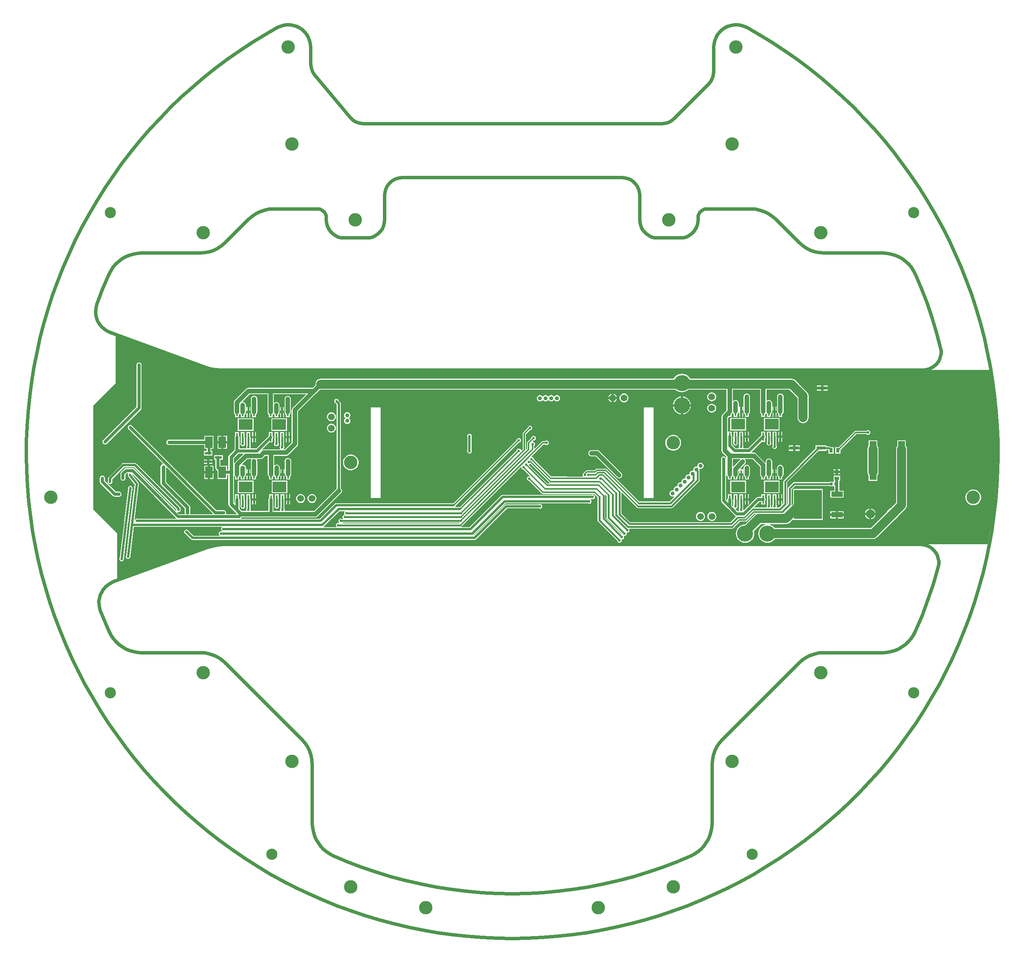
<source format=gbl>
G04*
G04 #@! TF.GenerationSoftware,Altium Limited,Altium Designer,18.1.7 (191)*
G04*
G04 Layer_Physical_Order=2*
G04 Layer_Color=16711680*
%FSLAX42Y42*%
%MOMM*%
G71*
G01*
G75*
%ADD11C,0.60*%
%ADD19C,0.80*%
%ADD62R,1.02X0.75*%
%ADD70R,0.75X1.02*%
%ADD86R,1.50X0.60*%
%ADD94C,0.30*%
%ADD95C,0.45*%
%ADD96C,1.00*%
%ADD97C,2.00*%
%ADD98C,0.50*%
%ADD99C,0.40*%
%ADD100C,0.70*%
%ADD102C,0.90*%
%ADD103C,1.50*%
%ADD104C,2.00*%
%ADD105P,2.16X8X202.5*%
%ADD106C,3.60*%
%ADD107C,2.50*%
%ADD108C,3.00*%
%ADD109C,0.60*%
%ADD110C,1.27*%
%ADD111C,1.00*%
%ADD112R,0.50X0.65*%
%ADD113R,2.00X0.80*%
%ADD114R,6.25X6.50*%
%ADD115R,2.50X1.20*%
%ADD116R,1.52X3.38*%
%ADD117R,1.70X2.54*%
%ADD118R,0.45X1.90*%
%ADD119R,3.10X2.40*%
G36*
X3991Y12732D02*
X3992Y12731D01*
X3993Y12731D01*
X4104Y12698D01*
X4106Y12697D01*
X4108Y12697D01*
X4222Y12677D01*
X4224Y12677D01*
X4226Y12676D01*
X4342Y12669D01*
X4343Y12670D01*
X4344Y12669D01*
X20027D01*
X20028Y12670D01*
X20029Y12670D01*
X20095Y12675D01*
X20097Y12676D01*
X20100Y12676D01*
X20164Y12692D01*
X20166Y12693D01*
X20168Y12693D01*
X20183Y12700D01*
X21508D01*
X21552Y12430D01*
X21595Y12101D01*
X21629Y11771D01*
X21652Y11440D01*
X21665Y11109D01*
X21668Y10777D01*
X21660Y10445D01*
X21643Y10114D01*
X21615Y9783D01*
X21577Y9454D01*
X21530Y9125D01*
X21472Y8800D01*
X20132D01*
X20119Y8806D01*
X20116Y8807D01*
X20114Y8808D01*
X20049Y8824D01*
X20047Y8824D01*
X20044Y8825D01*
X19978Y8830D01*
X19977Y8830D01*
X19975Y8831D01*
X16615D01*
X16613Y8843D01*
X16634Y8850D01*
X16669Y8869D01*
X16701Y8894D01*
X16723Y8921D01*
X18447D01*
X18448Y8921D01*
X18912D01*
X18944Y8926D01*
X18973Y8938D01*
X18998Y8957D01*
X19396Y9355D01*
X19412D01*
X19475Y9418D01*
Y9434D01*
X19634Y9593D01*
X19654Y9618D01*
X19666Y9647D01*
X19670Y9679D01*
Y10410D01*
Y10930D01*
X19666Y10961D01*
X19654Y10991D01*
X19645Y11002D01*
Y11124D01*
X19453D01*
Y11002D01*
X19444Y10991D01*
X19432Y10961D01*
X19428Y10930D01*
Y10410D01*
Y9729D01*
X19304Y9605D01*
X19288D01*
X19225Y9543D01*
Y9526D01*
X18862Y9164D01*
X18448D01*
X18448Y9164D01*
X16719D01*
X16701Y9186D01*
X16669Y9211D01*
X16634Y9230D01*
X16598Y9241D01*
X16600Y9254D01*
X16970D01*
X17001Y9258D01*
X17031Y9270D01*
X17056Y9289D01*
X17110Y9344D01*
X17123Y9347D01*
Y9347D01*
X17123Y9347D01*
X17788D01*
Y10038D01*
X17123D01*
Y9699D01*
X17101Y9677D01*
X17099Y9677D01*
X17089Y9683D01*
X17091Y9693D01*
X17091Y9693D01*
Y10033D01*
X17167Y10109D01*
X17937D01*
Y10097D01*
X18020D01*
X18027Y10097D01*
X18039Y10097D01*
X18048Y10089D01*
Y10001D01*
X17960D01*
Y9842D01*
X18250D01*
Y10001D01*
X18160D01*
Y10150D01*
Y10218D01*
X18175D01*
Y10333D01*
X18033D01*
Y10218D01*
X18037D01*
X18042Y10206D01*
X18039Y10203D01*
X18033D01*
X18020Y10203D01*
X17937D01*
Y10191D01*
X17150D01*
X17134Y10188D01*
X17121Y10179D01*
X17121Y10179D01*
X17021Y10079D01*
X17012Y10066D01*
X17009Y10050D01*
X17009Y10050D01*
Y9715D01*
X17003Y9710D01*
X16991Y9716D01*
Y10183D01*
X17688Y10890D01*
X17870D01*
Y10909D01*
X17913D01*
X17918Y10904D01*
Y10829D01*
X18034D01*
Y10971D01*
X17967D01*
X17959Y10979D01*
X17946Y10988D01*
X17930Y10991D01*
X17930Y10991D01*
X17870D01*
Y11010D01*
X17630D01*
Y10947D01*
X16921Y10229D01*
X16917Y10222D01*
X16912Y10216D01*
X16912Y10215D01*
X16912Y10215D01*
X16911Y10208D01*
X16909Y10200D01*
Y9714D01*
X16896Y9701D01*
X16883Y9706D01*
Y9780D01*
X16865D01*
Y9690D01*
X16867D01*
X16872Y9677D01*
X16816Y9621D01*
X16766D01*
X16759Y9631D01*
X16760Y9633D01*
X16763Y9653D01*
X16760Y9672D01*
X16756Y9678D01*
Y9690D01*
X16756D01*
Y9801D01*
X16757Y9805D01*
X16756Y9809D01*
Y9920D01*
X16671D01*
Y9813D01*
X16669Y9804D01*
Y9678D01*
X16665Y9672D01*
X16662Y9653D01*
X16665Y9633D01*
X16666Y9631D01*
X16659Y9621D01*
X16641D01*
X16634Y9633D01*
X16637Y9650D01*
X16634Y9670D01*
X16630Y9675D01*
Y9805D01*
X16629Y9809D01*
Y9920D01*
X16544D01*
Y9809D01*
X16543Y9805D01*
Y9675D01*
X16539Y9670D01*
X16536Y9650D01*
X16539Y9633D01*
X16532Y9621D01*
X16259D01*
X16254Y9633D01*
X16371Y9749D01*
X16417D01*
Y9690D01*
X16502D01*
Y9770D01*
X16511Y9784D01*
X16516Y9805D01*
X16511Y9826D01*
X16502Y9840D01*
Y9920D01*
X16417D01*
Y9861D01*
X16348D01*
X16326Y9857D01*
X16308Y9845D01*
X16025Y9562D01*
X16013Y9568D01*
X16014Y9575D01*
X16011Y9595D01*
X16007Y9600D01*
Y9805D01*
X16006Y9809D01*
Y9920D01*
X15921D01*
Y9809D01*
X15920Y9805D01*
Y9600D01*
X15916Y9595D01*
X15913Y9575D01*
X15916Y9555D01*
X15919Y9551D01*
X15912Y9539D01*
X15891D01*
X15842Y9587D01*
X15846Y9601D01*
X15856Y9603D01*
X15873Y9614D01*
X15884Y9630D01*
X15887Y9650D01*
X15884Y9670D01*
X15880Y9675D01*
Y9805D01*
X15879Y9809D01*
Y9920D01*
X15794D01*
Y9809D01*
X15793Y9805D01*
Y9675D01*
X15789Y9670D01*
X15787Y9660D01*
X15775Y9656D01*
X15766Y9664D01*
Y9805D01*
X15761Y9826D01*
X15752Y9840D01*
Y9920D01*
X15667D01*
Y9840D01*
X15658Y9826D01*
X15653Y9805D01*
Y9792D01*
X15642Y9788D01*
X15631Y9798D01*
Y10338D01*
X15644Y10341D01*
X15648Y10330D01*
X15660Y10315D01*
X15667Y10309D01*
Y10250D01*
X15752D01*
Y10309D01*
X15759Y10315D01*
X15765Y10323D01*
X15781D01*
X15787Y10315D01*
X15794Y10309D01*
Y10250D01*
X15879D01*
Y10309D01*
X15886Y10315D01*
X15898Y10330D01*
X15905Y10347D01*
X15907Y10365D01*
Y10442D01*
X15908Y10442D01*
X15921Y10436D01*
Y10390D01*
X15964D01*
X16006D01*
Y10480D01*
X15951D01*
X15947Y10492D01*
X16050Y10595D01*
X16061Y10610D01*
X16068Y10627D01*
X16071Y10645D01*
X16068Y10663D01*
X16061Y10680D01*
X16050Y10695D01*
X16048Y10697D01*
X16052Y10709D01*
X16222D01*
X16389Y10542D01*
Y10365D01*
X16391Y10347D01*
X16398Y10330D01*
X16410Y10315D01*
X16417Y10309D01*
Y10250D01*
X16502D01*
Y10309D01*
X16509Y10315D01*
X16516Y10324D01*
X16531Y10324D01*
X16532Y10324D01*
X16538Y10316D01*
X16544Y10311D01*
Y10250D01*
X16629D01*
Y10310D01*
X16637Y10316D01*
X16649Y10331D01*
X16656Y10348D01*
X16658Y10366D01*
Y10645D01*
X16658Y10646D01*
X16658Y10647D01*
X16656Y10666D01*
X16649Y10683D01*
X16637Y10697D01*
X16623Y10709D01*
X16606Y10716D01*
X16588Y10718D01*
X16569Y10716D01*
X16552Y10709D01*
X16538Y10697D01*
X16526Y10683D01*
X16519Y10666D01*
X16517Y10647D01*
X16517Y10646D01*
X16517Y10645D01*
Y10632D01*
X16504Y10627D01*
X16301Y10830D01*
X16286Y10841D01*
X16269Y10848D01*
X16251Y10851D01*
X16202D01*
X16197Y10863D01*
X16424Y11090D01*
X16502D01*
Y11170D01*
X16511Y11184D01*
X16516Y11205D01*
X16511Y11226D01*
X16502Y11240D01*
Y11320D01*
X16417D01*
Y11242D01*
X16124Y10949D01*
X16017D01*
X16010Y10959D01*
X16010Y10961D01*
X16014Y10981D01*
X16010Y11000D01*
X16007Y11005D01*
Y11205D01*
X16006Y11209D01*
Y11320D01*
X15921D01*
Y11209D01*
X15920Y11205D01*
Y11006D01*
X15916Y11000D01*
X15912Y10981D01*
X15916Y10961D01*
X15917Y10959D01*
X15909Y10949D01*
X15845D01*
X15766Y11028D01*
Y11070D01*
Y11205D01*
X15761Y11226D01*
X15752Y11240D01*
Y11320D01*
X15671D01*
Y11626D01*
X15694Y11650D01*
X15752D01*
Y11708D01*
X15759Y11715D01*
X15771Y11730D01*
X15771Y11730D01*
X15785Y11731D01*
X15793Y11721D01*
X15794Y11720D01*
Y11650D01*
X15879D01*
Y11711D01*
X15892Y11721D01*
X15904Y11736D01*
X15908Y11747D01*
X15921Y11744D01*
Y11650D01*
X15939D01*
Y11765D01*
Y11880D01*
X15926D01*
X15921Y11880D01*
X15913Y11889D01*
Y11950D01*
X15913Y11953D01*
X15913Y11955D01*
X15911Y11973D01*
X15904Y11990D01*
X15892Y12005D01*
X15878Y12016D01*
X15861Y12023D01*
X15843Y12026D01*
X15824Y12023D01*
X15807Y12016D01*
X15793Y12005D01*
X15792Y12005D01*
X15780Y12010D01*
Y12259D01*
X16389D01*
Y11765D01*
X16391Y11747D01*
X16398Y11730D01*
X16410Y11715D01*
X16417Y11709D01*
Y11650D01*
X16502D01*
Y11709D01*
X16509Y11715D01*
X16515Y11723D01*
X16531D01*
X16537Y11715D01*
X16544Y11709D01*
Y11650D01*
X16629D01*
Y11709D01*
X16636Y11715D01*
X16648Y11730D01*
X16655Y11747D01*
X16657Y11765D01*
Y11950D01*
X16657Y11953D01*
X16657Y11955D01*
X16655Y11973D01*
X16648Y11990D01*
X16636Y12005D01*
X16622Y12016D01*
X16605Y12023D01*
X16587Y12026D01*
X16568Y12023D01*
X16551Y12016D01*
X16543Y12010D01*
X16530Y12016D01*
Y12259D01*
X17040D01*
X17060Y12239D01*
Y12230D01*
X17069D01*
X17094Y12204D01*
X17228Y12071D01*
Y11629D01*
X17232Y11598D01*
X17244Y11568D01*
X17263Y11543D01*
X17288Y11524D01*
X17318Y11512D01*
X17349Y11508D01*
X17380Y11512D01*
X17410Y11524D01*
X17435Y11543D01*
X17454Y11568D01*
X17466Y11598D01*
X17470Y11629D01*
Y12121D01*
X17466Y12152D01*
X17454Y12182D01*
X17435Y12207D01*
X17300Y12341D01*
Y12350D01*
X17291D01*
X17266Y12376D01*
X17176Y12466D01*
X17151Y12485D01*
X17121Y12497D01*
X17090Y12501D01*
X14824D01*
X14814Y12519D01*
X14788Y12551D01*
X14757Y12576D01*
X14721Y12595D01*
X14683Y12607D01*
X14643Y12611D01*
X14602Y12607D01*
X14564Y12595D01*
X14528Y12576D01*
X14497Y12551D01*
X14471Y12519D01*
X14461Y12501D01*
X6580D01*
X6549Y12497D01*
X6519Y12485D01*
X6494Y12466D01*
X6475Y12441D01*
X6463Y12411D01*
X6459Y12380D01*
X6461Y12361D01*
X6396Y12296D01*
X5459D01*
X5459Y12296D01*
X4962D01*
X4943Y12293D01*
X4926Y12286D01*
X4912Y12275D01*
X4660Y12023D01*
X4648Y12008D01*
X4641Y11991D01*
X4639Y11973D01*
Y11755D01*
X4641Y11737D01*
X4648Y11720D01*
X4660Y11705D01*
X4667Y11699D01*
Y11640D01*
X4752D01*
Y11699D01*
X4759Y11705D01*
X4765Y11713D01*
X4781D01*
X4787Y11705D01*
X4794Y11699D01*
Y11640D01*
X4879D01*
Y11699D01*
X4886Y11705D01*
X4898Y11720D01*
X4905Y11737D01*
X4907Y11755D01*
Y11908D01*
X4905Y11926D01*
X4898Y11943D01*
X4886Y11958D01*
X4872Y11969D01*
X4855Y11976D01*
X4837Y11978D01*
X4832Y11978D01*
X4826Y11990D01*
X4991Y12154D01*
X5388D01*
Y11755D01*
X5390Y11737D01*
X5398Y11720D01*
X5409Y11705D01*
X5416Y11699D01*
Y11640D01*
X5501D01*
Y11699D01*
X5509Y11705D01*
X5514Y11713D01*
X5530D01*
X5536Y11705D01*
X5543Y11699D01*
Y11640D01*
X5628D01*
Y11699D01*
X5636Y11705D01*
X5647Y11720D01*
X5654Y11737D01*
X5656Y11755D01*
Y11908D01*
X5654Y11926D01*
X5647Y11943D01*
X5636Y11958D01*
X5621Y11969D01*
X5604Y11976D01*
X5586Y11978D01*
X5567Y11976D01*
X5550Y11969D01*
X5542Y11962D01*
X5529Y11969D01*
Y12154D01*
X6238D01*
X6243Y12143D01*
X5950Y11850D01*
X5939Y11835D01*
X5932Y11818D01*
X5929Y11800D01*
Y11070D01*
X5780Y10921D01*
X5752D01*
X5749Y10933D01*
X5750Y10934D01*
X5761Y10951D01*
X5764Y10970D01*
X5761Y10990D01*
X5757Y10995D01*
Y11195D01*
X5755Y11203D01*
Y11310D01*
X5670D01*
Y11195D01*
X5670Y11195D01*
Y10995D01*
X5666Y10990D01*
X5663Y10970D01*
X5666Y10951D01*
X5677Y10934D01*
X5678Y10933D01*
X5675Y10921D01*
X5310D01*
X5292Y10918D01*
X5280Y10913D01*
X5273Y10924D01*
X5429Y11080D01*
X5501D01*
Y11154D01*
X5511Y11168D01*
X5515Y11190D01*
X5511Y11211D01*
X5501Y11226D01*
Y11310D01*
X5416D01*
Y11226D01*
X5134Y10944D01*
X5020D01*
X5012Y10956D01*
X5014Y10971D01*
X5011Y10990D01*
X5007Y10996D01*
Y11195D01*
X5006Y11199D01*
Y11310D01*
X4921D01*
Y11199D01*
X4920Y11195D01*
Y10996D01*
X4916Y10990D01*
X4913Y10971D01*
X4915Y10956D01*
X4907Y10944D01*
X4768D01*
X4766Y10945D01*
Y11195D01*
X4761Y11216D01*
X4752Y11230D01*
Y11310D01*
X4667D01*
Y11230D01*
X4658Y11216D01*
X4653Y11195D01*
Y10915D01*
X4532Y10793D01*
X4518Y10773D01*
X4514Y10750D01*
Y10466D01*
X4485D01*
Y10557D01*
X4336D01*
Y10690D01*
X4390D01*
Y10790D01*
X4304D01*
X4301Y10792D01*
X4280Y10796D01*
X4259Y10792D01*
X4256Y10790D01*
X4200D01*
Y10690D01*
X4224D01*
Y10510D01*
X4228Y10489D01*
X4240Y10470D01*
X4275Y10436D01*
Y10263D01*
X4485D01*
Y10354D01*
X4514D01*
Y9700D01*
X4518Y9677D01*
X4532Y9657D01*
X4701Y9488D01*
X4696Y9476D01*
X4463D01*
X4457Y9487D01*
X4458Y9489D01*
X4462Y9510D01*
X4458Y9531D01*
X4446Y9550D01*
X4428Y9562D01*
X4406Y9566D01*
X4249D01*
X2365Y11451D01*
X2346Y11463D01*
X2325Y11467D01*
X2304Y11463D01*
X2285Y11451D01*
X2273Y11432D01*
X2269Y11411D01*
X2273Y11389D01*
X2285Y11371D01*
X3054Y10603D01*
X3050Y10589D01*
X3037Y10587D01*
X3017Y10573D01*
X3003Y10553D01*
X2999Y10530D01*
Y10170D01*
X3003Y10147D01*
X3017Y10127D01*
X3539Y9605D01*
Y9510D01*
X3543Y9489D01*
X3541Y9482D01*
X3538Y9476D01*
X3414D01*
X3380Y9510D01*
X3387Y9522D01*
X3400Y9519D01*
X3420Y9523D01*
X3436Y9534D01*
X3447Y9550D01*
X3451Y9570D01*
X3447Y9590D01*
X3446Y9591D01*
Y9600D01*
X3442Y9618D01*
X3432Y9632D01*
X2462Y10602D01*
X2448Y10612D01*
X2430Y10616D01*
X2170D01*
X2152Y10612D01*
X2138Y10602D01*
X1841Y10306D01*
X1831Y10291D01*
X1828Y10274D01*
Y10219D01*
X1826Y10217D01*
X1823Y10197D01*
X1826Y10178D01*
X1838Y10161D01*
X1854Y10150D01*
X1874Y10147D01*
X1893Y10150D01*
X1910Y10161D01*
X1921Y10178D01*
X1925Y10197D01*
X1921Y10217D01*
X1919Y10219D01*
Y10255D01*
X2189Y10524D01*
X2411D01*
X3352Y9583D01*
X3349Y9570D01*
X3352Y9557D01*
X3340Y9551D01*
X2420Y10489D01*
X2420Y10489D01*
X2420Y10490D01*
X2411Y10496D01*
X2402Y10502D01*
X2402Y10502D01*
X2401Y10502D01*
X2391Y10504D01*
X2381Y10506D01*
X2380Y10506D01*
X2380Y10506D01*
X2230D01*
X2209Y10502D01*
X2190Y10490D01*
X2121Y10420D01*
X2109Y10402D01*
X2105Y10381D01*
Y10279D01*
X2109Y10258D01*
X2121Y10240D01*
X2139Y10227D01*
X2161Y10223D01*
X2182Y10227D01*
X2200Y10240D01*
X2213Y10258D01*
X2217Y10279D01*
Y10358D01*
X2253Y10394D01*
X2269D01*
X2276Y10381D01*
X2272Y10376D01*
X2268Y10356D01*
X2272Y10337D01*
X2273Y10336D01*
X2273Y10328D01*
X2282Y10312D01*
X2421Y10136D01*
X2314Y9240D01*
X2314Y9238D01*
X2314Y9235D01*
X2314Y9234D01*
X2313Y9230D01*
X2231Y8550D01*
X2228Y8544D01*
X2224Y8525D01*
X2228Y8505D01*
X2239Y8489D01*
X2255Y8478D01*
X2275Y8474D01*
X2294Y8478D01*
X2311Y8489D01*
X2322Y8505D01*
X2326Y8525D01*
X2323Y8540D01*
X2400Y9189D01*
X4362D01*
X4366Y9182D01*
X4367Y9176D01*
X4357Y9161D01*
X4353Y9141D01*
X4357Y9122D01*
X4368Y9105D01*
X4374Y9101D01*
X4373Y9097D01*
X4370Y9090D01*
X4350Y9093D01*
X4330Y9090D01*
X4314Y9079D01*
X4303Y9062D01*
X4299Y9043D01*
X4303Y9023D01*
X4314Y9006D01*
X4318Y9004D01*
X4314Y8991D01*
X3734D01*
X3628Y9097D01*
X3627Y9100D01*
X3616Y9116D01*
X3600Y9127D01*
X3580Y9131D01*
X3560Y9127D01*
X3544Y9116D01*
X3533Y9100D01*
X3529Y9080D01*
X3533Y9060D01*
X3544Y9044D01*
X3560Y9033D01*
X3563Y9032D01*
X3683Y8913D01*
X3697Y8903D01*
X3715Y8899D01*
X10015D01*
X10033Y8903D01*
X10047Y8913D01*
X10739Y9604D01*
X11454D01*
X11455Y9603D01*
X11475Y9599D01*
X11495Y9603D01*
X11511Y9614D01*
X11522Y9630D01*
X11526Y9650D01*
X11522Y9670D01*
X11511Y9686D01*
X11495Y9697D01*
X11475Y9701D01*
X11455Y9697D01*
X11454Y9696D01*
X10720D01*
X10702Y9692D01*
X10688Y9682D01*
X10001Y8996D01*
X9998Y8997D01*
X9995Y9010D01*
X10699Y9714D01*
X12554D01*
X12555Y9713D01*
X12575Y9709D01*
X12595Y9713D01*
X12611Y9724D01*
X12622Y9740D01*
X12626Y9760D01*
X12622Y9780D01*
X12611Y9796D01*
X12603Y9801D01*
X12607Y9814D01*
X12629D01*
X12630Y9813D01*
X12650Y9809D01*
X12670Y9813D01*
X12686Y9824D01*
X12697Y9840D01*
X12701Y9860D01*
X12697Y9880D01*
X12686Y9896D01*
X12670Y9907D01*
X12650Y9911D01*
X12630Y9907D01*
X12629Y9906D01*
X10640D01*
X10622Y9902D01*
X10608Y9892D01*
X9902Y9187D01*
X9731D01*
X9727Y9200D01*
X9729Y9201D01*
X9738Y9214D01*
X9738Y9218D01*
X11047Y10527D01*
X11059Y10521D01*
X11059Y10520D01*
X11063Y10500D01*
X11074Y10484D01*
X11090Y10473D01*
X11110Y10469D01*
X11110Y10469D01*
X11249Y10330D01*
X11243Y10318D01*
X11230Y10321D01*
X11210Y10317D01*
X11194Y10306D01*
X11183Y10290D01*
X11179Y10270D01*
X11183Y10250D01*
X11194Y10234D01*
X11210Y10223D01*
X11230Y10219D01*
X11230Y10219D01*
X11515Y9935D01*
X11526Y9927D01*
X11540Y9924D01*
X12685D01*
X12759Y9850D01*
Y9338D01*
X12759Y9338D01*
X12762Y9322D01*
X12771Y9309D01*
X13201Y8879D01*
X13203Y8868D01*
X13214Y8851D01*
X13226Y8843D01*
X13222Y8831D01*
X4406D01*
X4406Y8830D01*
X4405Y8831D01*
X4289Y8824D01*
X4287Y8823D01*
X4285Y8823D01*
X4170Y8803D01*
X4169Y8803D01*
X4167Y8802D01*
X4056Y8769D01*
X4055Y8769D01*
X4054Y8768D01*
X2040Y8035D01*
X2029Y8043D01*
Y9050D01*
X1509Y9570D01*
X1500D01*
Y11900D01*
X2000Y12400D01*
Y13445D01*
X2010Y13452D01*
X3991Y12732D01*
D02*
G37*
G36*
X6580Y12259D02*
X14497D01*
X14528Y12234D01*
X14564Y12215D01*
X14602Y12203D01*
X14643Y12199D01*
X14683Y12203D01*
X14721Y12215D01*
X14757Y12234D01*
X14788Y12259D01*
X15639D01*
Y11794D01*
X15550Y11705D01*
X15539Y11691D01*
X15532Y11674D01*
X15529Y11655D01*
Y10895D01*
X15532Y10877D01*
X15539Y10860D01*
X15550Y10845D01*
X15639Y10756D01*
Y10737D01*
X15627Y10730D01*
X15626Y10730D01*
X15615Y10747D01*
X15596Y10759D01*
X15575Y10764D01*
X15554Y10759D01*
X15535Y10747D01*
X15523Y10729D01*
X15519Y10707D01*
Y9775D01*
X15523Y9754D01*
X15535Y9735D01*
X15670Y9601D01*
X15828Y9443D01*
X15842Y9433D01*
X15845Y9421D01*
X15845Y9418D01*
X15726Y9298D01*
X13485D01*
X13291Y9493D01*
Y9952D01*
X13303Y9957D01*
X13622Y9638D01*
X13622Y9634D01*
X13631Y9621D01*
X13644Y9612D01*
X13660Y9609D01*
X14412D01*
X14412Y9609D01*
X14428Y9612D01*
X14441Y9621D01*
X15024Y10204D01*
X15033Y10217D01*
X15036Y10232D01*
X15036Y10233D01*
Y10438D01*
X15034Y10445D01*
X15037Y10450D01*
X15039Y10468D01*
X15038Y10476D01*
X15049Y10487D01*
X15057Y10486D01*
X15075Y10489D01*
X15092Y10496D01*
X15107Y10507D01*
X15118Y10521D01*
X15125Y10539D01*
X15127Y10557D01*
X15125Y10575D01*
X15118Y10592D01*
X15107Y10607D01*
X15092Y10618D01*
X15075Y10625D01*
X15057Y10627D01*
X15039Y10625D01*
X15021Y10618D01*
X15007Y10607D01*
X14996Y10592D01*
X14989Y10575D01*
X14986Y10557D01*
X14987Y10549D01*
X14976Y10538D01*
X14968Y10539D01*
X14950Y10537D01*
X14933Y10530D01*
X14918Y10518D01*
X14907Y10504D01*
X14900Y10487D01*
X14898Y10468D01*
X14899Y10461D01*
X14887Y10450D01*
X14880Y10451D01*
X14862Y10448D01*
X14845Y10441D01*
X14830Y10430D01*
X14819Y10415D01*
X14812Y10398D01*
X14809Y10380D01*
X14810Y10373D01*
X14799Y10361D01*
X14792Y10362D01*
X14773Y10360D01*
X14756Y10353D01*
X14742Y10342D01*
X14730Y10327D01*
X14723Y10310D01*
X14721Y10292D01*
X14722Y10284D01*
X14711Y10273D01*
X14703Y10274D01*
X14685Y10271D01*
X14668Y10264D01*
X14653Y10253D01*
X14642Y10239D01*
X14635Y10221D01*
X14633Y10203D01*
X14634Y10196D01*
X14622Y10184D01*
X14615Y10185D01*
X14597Y10183D01*
X14580Y10176D01*
X14565Y10165D01*
X14554Y10150D01*
X14547Y10133D01*
X14544Y10115D01*
X14545Y10107D01*
X14534Y10096D01*
X14526Y10097D01*
X14508Y10095D01*
X14491Y10088D01*
X14477Y10076D01*
X14465Y10062D01*
X14458Y10045D01*
X14456Y10026D01*
X14457Y10019D01*
X14446Y10008D01*
X14438Y10009D01*
X14420Y10006D01*
X14403Y9999D01*
X14388Y9988D01*
X14377Y9973D01*
X14370Y9956D01*
X14367Y9938D01*
X14370Y9920D01*
X14377Y9903D01*
X14388Y9888D01*
X14403Y9877D01*
X14420Y9870D01*
X14438Y9867D01*
X14456Y9870D01*
X14466Y9874D01*
X14473Y9863D01*
X14366Y9756D01*
X13692D01*
X12968Y10480D01*
X12956Y10488D01*
X12943Y10491D01*
X12740D01*
X12726Y10488D01*
X12715Y10480D01*
X12688Y10453D01*
X12518D01*
X12504Y10450D01*
X12492Y10443D01*
X12450Y10400D01*
X12442Y10389D01*
X12442Y10388D01*
X12439Y10386D01*
X12428Y10370D01*
X12424Y10350D01*
X12428Y10330D01*
X12431Y10325D01*
X12425Y10314D01*
X11731Y10315D01*
X11731Y10315D01*
X11731Y10315D01*
X11723D01*
X11336Y10702D01*
X11336Y10703D01*
X11332Y10722D01*
X11321Y10739D01*
X11305Y10750D01*
X11291Y10752D01*
X11286Y10766D01*
X11555Y11034D01*
X11584D01*
X11584Y11034D01*
X11600Y11023D01*
X11620Y11019D01*
X11640Y11023D01*
X11656Y11034D01*
X11667Y11050D01*
X11671Y11070D01*
X11667Y11090D01*
X11656Y11106D01*
X11640Y11117D01*
X11620Y11121D01*
X11600Y11117D01*
X11584Y11106D01*
X11584Y11106D01*
X11540D01*
X11526Y11103D01*
X11515Y11095D01*
X11358Y10939D01*
X11346Y10944D01*
Y11004D01*
X11346Y11004D01*
X11357Y11020D01*
X11361Y11040D01*
X11357Y11060D01*
X11346Y11076D01*
X11330Y11087D01*
X11318Y11089D01*
X11314Y11103D01*
X11330Y11119D01*
X11330Y11119D01*
X11350Y11123D01*
X11366Y11134D01*
X11377Y11150D01*
X11381Y11170D01*
X11377Y11190D01*
X11366Y11206D01*
X11350Y11217D01*
X11330Y11221D01*
X11310Y11217D01*
X11294Y11206D01*
X11283Y11190D01*
X11279Y11170D01*
X11279Y11170D01*
X11195Y11085D01*
X11187Y11074D01*
X11184Y11060D01*
Y10935D01*
X11172Y10923D01*
X11161Y10928D01*
Y11260D01*
X11250Y11349D01*
X11250Y11349D01*
X11270Y11353D01*
X11286Y11364D01*
X11297Y11380D01*
X11301Y11400D01*
X11297Y11420D01*
X11286Y11436D01*
X11270Y11447D01*
X11250Y11451D01*
X11230Y11447D01*
X11214Y11436D01*
X11203Y11420D01*
X11199Y11400D01*
X11199Y11400D01*
X11100Y11300D01*
X11092Y11289D01*
X11089Y11275D01*
Y10926D01*
X11062Y10899D01*
X11048Y10903D01*
X11047Y10910D01*
X11036Y10926D01*
X11020Y10937D01*
X11000Y10941D01*
X10980Y10937D01*
X10964Y10926D01*
X10953Y10910D01*
X10951Y10899D01*
X9688Y9636D01*
X9593D01*
X9586Y9649D01*
X9592Y9657D01*
X9595Y9669D01*
X11000Y11074D01*
X11000Y11074D01*
X11020Y11078D01*
X11036Y11089D01*
X11047Y11105D01*
X11051Y11125D01*
X11047Y11145D01*
X11036Y11161D01*
X11020Y11172D01*
X11000Y11176D01*
X10980Y11172D01*
X10964Y11161D01*
X10953Y11145D01*
X10949Y11125D01*
X10949Y11125D01*
X9545Y9721D01*
X6925D01*
X6907Y9717D01*
X6893Y9707D01*
X6556Y9371D01*
X4802D01*
X4797Y9384D01*
X4807Y9399D01*
X4808Y9403D01*
X4809Y9404D01*
X6460D01*
X6478Y9407D01*
X6495Y9414D01*
X6510Y9425D01*
X7030Y9945D01*
X7041Y9960D01*
X7048Y9977D01*
X7051Y9995D01*
X7048Y10013D01*
X7041Y10030D01*
X7030Y10045D01*
X7026Y10048D01*
Y11947D01*
X7022Y11965D01*
X7012Y11980D01*
X6978Y12015D01*
X6977Y12017D01*
X6966Y12034D01*
X6950Y12045D01*
X6930Y12048D01*
X6910Y12045D01*
X6894Y12034D01*
X6883Y12017D01*
X6879Y11997D01*
X6883Y11978D01*
X6894Y11961D01*
X6910Y11950D01*
X6913Y11950D01*
X6934Y11928D01*
Y10048D01*
X6930Y10045D01*
X6431Y9546D01*
X5776D01*
X5769Y9558D01*
X5772Y9575D01*
X5768Y9595D01*
X5764Y9600D01*
Y9805D01*
X5763Y9813D01*
Y9920D01*
X5678D01*
Y9690D01*
X5678D01*
Y9600D01*
X5674Y9595D01*
X5670Y9575D01*
X5673Y9558D01*
X5666Y9546D01*
X5522D01*
Y9805D01*
X5518Y9826D01*
X5509Y9840D01*
Y9920D01*
X5424D01*
Y9840D01*
X5414Y9826D01*
X5410Y9805D01*
Y9546D01*
X5018D01*
X5011Y9558D01*
X5014Y9575D01*
X5011Y9595D01*
X5007Y9600D01*
Y9805D01*
X5006Y9809D01*
Y9920D01*
X4921D01*
Y9809D01*
X4920Y9805D01*
Y9600D01*
X4916Y9595D01*
X4913Y9575D01*
X4916Y9558D01*
X4909Y9546D01*
X4816D01*
X4766Y9596D01*
Y9805D01*
X4761Y9826D01*
X4752Y9840D01*
Y9920D01*
X4667D01*
Y9840D01*
X4658Y9826D01*
X4653Y9805D01*
Y9734D01*
X4641Y9727D01*
X4636Y9731D01*
Y10324D01*
X4648Y10329D01*
X4649Y10329D01*
X4660Y10315D01*
X4667Y10309D01*
Y10250D01*
X4752D01*
Y10309D01*
X4759Y10315D01*
X4765Y10323D01*
X4781D01*
X4787Y10315D01*
X4794Y10309D01*
Y10250D01*
X4879D01*
Y10309D01*
X4886Y10315D01*
X4898Y10330D01*
X4905Y10347D01*
X4907Y10365D01*
Y10508D01*
X4905Y10527D01*
X4898Y10544D01*
X4886Y10558D01*
X4872Y10570D01*
X4855Y10577D01*
X4837Y10579D01*
X4825Y10578D01*
X4820Y10590D01*
X4939Y10709D01*
X5027D01*
X5033Y10697D01*
X5029Y10691D01*
X5022Y10674D01*
X5019Y10656D01*
Y10366D01*
X5022Y10347D01*
X5029Y10330D01*
X5040Y10316D01*
X5048Y10310D01*
Y10250D01*
X5133D01*
Y10310D01*
X5140Y10316D01*
X5151Y10330D01*
X5158Y10347D01*
X5161Y10366D01*
Y10656D01*
X5158Y10674D01*
X5151Y10691D01*
X5147Y10697D01*
X5153Y10709D01*
X5240D01*
X5258Y10712D01*
X5275Y10719D01*
X5290Y10730D01*
X5339Y10779D01*
X5396D01*
Y10365D01*
X5398Y10347D01*
X5405Y10330D01*
X5416Y10315D01*
X5424Y10309D01*
Y10250D01*
X5509D01*
Y10309D01*
X5516Y10315D01*
X5523Y10324D01*
X5538Y10324D01*
X5538Y10324D01*
X5544Y10316D01*
X5551Y10311D01*
Y10250D01*
X5636D01*
Y10310D01*
X5644Y10316D01*
X5655Y10331D01*
X5662Y10348D01*
X5665Y10366D01*
Y10510D01*
X5662Y10528D01*
X5655Y10545D01*
X5644Y10560D01*
X5629Y10571D01*
X5612Y10578D01*
X5594Y10581D01*
X5576Y10578D01*
X5559Y10571D01*
X5549Y10564D01*
X5537Y10570D01*
Y10779D01*
X5810D01*
X5828Y10782D01*
X5845Y10789D01*
X5859Y10800D01*
X6052Y10993D01*
X6063Y11007D01*
X6070Y11024D01*
X6073Y11043D01*
X6071Y11058D01*
Y11771D01*
X6472Y12173D01*
X6474Y12174D01*
X6475Y12175D01*
X6561Y12261D01*
X6580Y12259D01*
D02*
G37*
G36*
X4849Y10819D02*
X4660Y10629D01*
X4649Y10615D01*
X4648Y10615D01*
X4636Y10621D01*
Y10725D01*
X4743Y10831D01*
X4844D01*
X4849Y10819D01*
D02*
G37*
G36*
X15952Y10697D02*
X15950Y10695D01*
X15793Y10538D01*
X15780Y10543D01*
Y10709D01*
X15948D01*
X15952Y10697D01*
D02*
G37*
G36*
X11687Y10172D02*
X11693Y10168D01*
X11689Y10156D01*
X11642D01*
X11221Y10577D01*
X11223Y10584D01*
X11226Y10589D01*
X11228Y10590D01*
X11245Y10593D01*
X11258Y10602D01*
X11687Y10172D01*
D02*
G37*
G36*
X4169Y9488D02*
X4164Y9476D01*
X3662D01*
X3659Y9482D01*
X3657Y9489D01*
X3661Y9510D01*
Y9630D01*
X3657Y9653D01*
X3643Y9673D01*
X3121Y10195D01*
Y10517D01*
X3134Y10523D01*
X4169Y9488D01*
D02*
G37*
G36*
X3347Y9384D02*
X3344Y9373D01*
X3342Y9371D01*
X2496D01*
X2495Y9372D01*
X2475Y9376D01*
X2455Y9372D01*
X2439Y9361D01*
X2432Y9351D01*
X2420Y9356D01*
X2514Y10145D01*
X2514Y10145D01*
X2514Y10145D01*
X2514Y10154D01*
X2513Y10162D01*
X2513Y10162D01*
X2513Y10163D01*
X2509Y10170D01*
X2505Y10178D01*
X2505Y10178D01*
X2505Y10179D01*
X2369Y10350D01*
X2370Y10356D01*
X2369Y10363D01*
X2380Y10369D01*
X3347Y9384D01*
D02*
G37*
G36*
X7113Y9531D02*
X7103Y9517D01*
X7099Y9497D01*
X7103Y9478D01*
X7107Y9472D01*
X7101Y9458D01*
X7095Y9457D01*
X7079Y9446D01*
X7068Y9430D01*
X7064Y9410D01*
X7068Y9390D01*
X7076Y9378D01*
X7070Y9366D01*
X7054D01*
X7045Y9372D01*
X7025Y9376D01*
X7005Y9372D01*
X6989Y9361D01*
X6978Y9345D01*
X6974Y9325D01*
X6978Y9305D01*
X6988Y9290D01*
X6986Y9285D01*
X6982Y9279D01*
X6970Y9281D01*
X6950Y9277D01*
X6934Y9266D01*
X6923Y9250D01*
X6919Y9230D01*
X6923Y9210D01*
X6930Y9200D01*
X6923Y9187D01*
X6645D01*
X6641Y9200D01*
X6644Y9202D01*
X6997Y9544D01*
X7109D01*
X7113Y9531D01*
D02*
G37*
G36*
X9679Y9272D02*
X9679Y9271D01*
X7072D01*
X7065Y9283D01*
X7066Y9284D01*
X9673D01*
X9679Y9272D01*
D02*
G37*
G36*
X16293Y9477D02*
X16272Y9461D01*
X16057Y9246D01*
X16055Y9246D01*
X16015Y9242D01*
X15976Y9230D01*
X15941Y9211D01*
X15909Y9186D01*
X15884Y9154D01*
X15865Y9119D01*
X15853Y9080D01*
X15849Y9040D01*
X15853Y9000D01*
X15865Y8961D01*
X15884Y8926D01*
X15909Y8894D01*
X15941Y8869D01*
X15976Y8850D01*
X15997Y8843D01*
X15995Y8831D01*
X13278D01*
X13274Y8843D01*
X13286Y8851D01*
X13297Y8868D01*
X13301Y8888D01*
X13299Y8899D01*
X13302Y8909D01*
X13308Y8913D01*
X13322Y8915D01*
X13339Y8926D01*
X13350Y8943D01*
X13353Y8962D01*
X13350Y8978D01*
X13359Y8989D01*
X13360Y8989D01*
X13380Y8993D01*
X13396Y9004D01*
X13407Y9020D01*
X13411Y9040D01*
X13408Y9054D01*
X13417Y9064D01*
X13418Y9065D01*
X13423Y9064D01*
X13442Y9068D01*
X13459Y9079D01*
X13470Y9095D01*
X13473Y9115D01*
X13470Y9135D01*
X13465Y9142D01*
X13472Y9154D01*
X15775D01*
X15791Y9157D01*
X15804Y9166D01*
X15813Y9179D01*
X15813Y9183D01*
X15940Y9309D01*
X16070D01*
X16084Y9312D01*
X16095Y9320D01*
X16265Y9489D01*
X16288D01*
X16293Y9477D01*
D02*
G37*
G36*
X12959Y9890D02*
Y9400D01*
X12959Y9400D01*
X12962Y9384D01*
X12971Y9371D01*
X13303Y9040D01*
X13303Y9038D01*
X13289Y9034D01*
X12931Y9392D01*
Y9890D01*
X12928Y9903D01*
X12934Y9909D01*
X12939Y9911D01*
X12959Y9890D01*
D02*
G37*
G36*
X16512Y9241D02*
X16476Y9230D01*
X16441Y9211D01*
X16409Y9186D01*
X16384Y9154D01*
X16365Y9119D01*
X16353Y9080D01*
X16349Y9040D01*
X16353Y9000D01*
X16365Y8961D01*
X16384Y8926D01*
X16409Y8894D01*
X16441Y8869D01*
X16476Y8850D01*
X16497Y8843D01*
X16495Y8831D01*
X16115D01*
X16113Y8843D01*
X16134Y8850D01*
X16169Y8869D01*
X16201Y8894D01*
X16226Y8926D01*
X16245Y8961D01*
X16257Y9000D01*
X16261Y9040D01*
X16257Y9080D01*
X16252Y9098D01*
X16408Y9254D01*
X16510D01*
X16512Y9241D01*
D02*
G37*
%LPC*%
G36*
X17900Y12350D02*
X17805D01*
Y12315D01*
X17900D01*
Y12350D01*
D02*
G37*
G36*
X17755D02*
X17660D01*
Y12315D01*
X17755D01*
Y12350D01*
D02*
G37*
G36*
X17900Y12265D02*
X17805D01*
Y12230D01*
X17900D01*
Y12265D01*
D02*
G37*
G36*
X17755D02*
X17660D01*
Y12230D01*
X17755D01*
Y12265D01*
D02*
G37*
G36*
X16756Y11880D02*
X16738D01*
Y11790D01*
X16756D01*
Y11880D01*
D02*
G37*
G36*
X16688D02*
X16671D01*
Y11790D01*
X16688D01*
Y11880D01*
D02*
G37*
G36*
X15989Y11880D02*
Y11790D01*
X16006D01*
Y11880D01*
X15989D01*
D02*
G37*
G36*
X5755Y11870D02*
X5738D01*
Y11780D01*
X5755D01*
Y11870D01*
D02*
G37*
G36*
X5688D02*
X5670D01*
Y11780D01*
X5688D01*
Y11870D01*
D02*
G37*
G36*
X5006Y11870D02*
X4989D01*
Y11780D01*
X5006D01*
Y11870D01*
D02*
G37*
G36*
X4939D02*
X4921D01*
Y11780D01*
X4939D01*
Y11870D01*
D02*
G37*
G36*
X16843Y12171D02*
X16824Y12168D01*
X16807Y12161D01*
X16793Y12150D01*
X16781Y12135D01*
X16774Y12118D01*
X16772Y12100D01*
Y11768D01*
X16774Y11750D01*
X16781Y11733D01*
X16793Y11718D01*
X16798Y11714D01*
Y11650D01*
X16883D01*
Y11711D01*
X16892Y11718D01*
X16904Y11733D01*
X16911Y11750D01*
X16913Y11768D01*
Y12100D01*
X16911Y12118D01*
X16904Y12135D01*
X16892Y12150D01*
X16878Y12161D01*
X16861Y12168D01*
X16843Y12171D01*
D02*
G37*
G36*
X16756Y11740D02*
X16738D01*
Y11650D01*
X16756D01*
Y11740D01*
D02*
G37*
G36*
X16688D02*
X16671D01*
Y11650D01*
X16688D01*
Y11740D01*
D02*
G37*
G36*
X16090Y12171D02*
X16072Y12168D01*
X16055Y12161D01*
X16040Y12150D01*
X16029Y12135D01*
X16022Y12118D01*
X16019Y12100D01*
Y11768D01*
X16022Y11750D01*
X16029Y11733D01*
X16040Y11718D01*
X16048Y11712D01*
Y11650D01*
X16133D01*
Y11713D01*
X16140Y11718D01*
X16151Y11733D01*
X16158Y11750D01*
X16161Y11768D01*
Y12100D01*
X16158Y12118D01*
X16151Y12135D01*
X16140Y12150D01*
X16125Y12161D01*
X16108Y12168D01*
X16090Y12171D01*
D02*
G37*
G36*
X16006Y11740D02*
X15989D01*
Y11650D01*
X16006D01*
Y11740D01*
D02*
G37*
G36*
X5840Y12118D02*
X5821Y12116D01*
X5804Y12109D01*
X5790Y12098D01*
X5779Y12083D01*
X5771Y12066D01*
X5769Y12048D01*
Y11755D01*
X5771Y11737D01*
X5779Y11720D01*
X5790Y11705D01*
X5797Y11699D01*
Y11640D01*
X5882D01*
Y11699D01*
X5890Y11705D01*
X5901Y11720D01*
X5908Y11737D01*
X5910Y11755D01*
Y12048D01*
X5908Y12066D01*
X5901Y12083D01*
X5890Y12098D01*
X5875Y12109D01*
X5858Y12116D01*
X5840Y12118D01*
D02*
G37*
G36*
X5755Y11730D02*
X5738D01*
Y11640D01*
X5755D01*
Y11730D01*
D02*
G37*
G36*
X5688D02*
X5670D01*
Y11640D01*
X5688D01*
Y11730D01*
D02*
G37*
G36*
X5091Y12121D02*
X5072Y12118D01*
X5055Y12111D01*
X5041Y12100D01*
X5029Y12085D01*
X5022Y12068D01*
X5020Y12050D01*
Y11755D01*
X5022Y11737D01*
X5029Y11720D01*
X5041Y11705D01*
X5048Y11699D01*
Y11640D01*
X5133D01*
Y11699D01*
X5140Y11705D01*
X5152Y11720D01*
X5159Y11737D01*
X5161Y11755D01*
Y12050D01*
X5159Y12068D01*
X5152Y12085D01*
X5140Y12100D01*
X5126Y12111D01*
X5109Y12118D01*
X5091Y12121D01*
D02*
G37*
G36*
X5006Y11730D02*
X4989D01*
Y11640D01*
X5006D01*
Y11730D01*
D02*
G37*
G36*
X4939D02*
X4921D01*
Y11640D01*
X4939D01*
Y11730D01*
D02*
G37*
G36*
X16825Y11625D02*
X16475D01*
Y11345D01*
X16825D01*
Y11625D01*
D02*
G37*
G36*
X16075Y11625D02*
X15725D01*
Y11345D01*
X16075D01*
Y11625D01*
D02*
G37*
G36*
X5824Y11615D02*
X5474D01*
Y11335D01*
X5824D01*
Y11615D01*
D02*
G37*
G36*
X5075Y11615D02*
X4725D01*
Y11335D01*
X5075D01*
Y11615D01*
D02*
G37*
G36*
X18800Y11351D02*
X18780Y11347D01*
X18764Y11336D01*
X18764Y11336D01*
X18526D01*
X18512Y11333D01*
X18500Y11325D01*
X18455Y11280D01*
X18450Y11276D01*
X18144Y10971D01*
X18066D01*
Y10829D01*
X18182D01*
Y10907D01*
X18496Y11221D01*
X18501Y11225D01*
X18540Y11264D01*
X18764D01*
X18764Y11264D01*
X18780Y11253D01*
X18800Y11249D01*
X18819Y11253D01*
X18836Y11264D01*
X18847Y11280D01*
X18851Y11300D01*
X18847Y11319D01*
X18836Y11336D01*
X18819Y11347D01*
X18800Y11351D01*
D02*
G37*
G36*
X16883Y11320D02*
X16865D01*
Y11230D01*
X16883D01*
Y11320D01*
D02*
G37*
G36*
X16815D02*
X16798D01*
Y11230D01*
X16815D01*
Y11320D01*
D02*
G37*
G36*
X16133Y11320D02*
X16116D01*
Y11230D01*
X16133D01*
Y11320D01*
D02*
G37*
G36*
X16066D02*
X16048D01*
Y11230D01*
X16066D01*
Y11320D01*
D02*
G37*
G36*
X5882Y11310D02*
X5865D01*
Y11220D01*
X5882D01*
Y11310D01*
D02*
G37*
G36*
X5815D02*
X5797D01*
Y11220D01*
X5815D01*
Y11310D01*
D02*
G37*
G36*
X5133Y11310D02*
X5116D01*
Y11220D01*
X5133D01*
Y11310D01*
D02*
G37*
G36*
X5066D02*
X5048D01*
Y11220D01*
X5066D01*
Y11310D01*
D02*
G37*
G36*
X4485Y11227D02*
X4405D01*
Y11105D01*
X4485D01*
Y11227D01*
D02*
G37*
G36*
X4355D02*
X4275D01*
Y11105D01*
X4355D01*
Y11227D01*
D02*
G37*
G36*
X16883Y11180D02*
X16865D01*
Y11090D01*
X16883D01*
Y11180D01*
D02*
G37*
G36*
X16815D02*
X16798D01*
Y11090D01*
X16815D01*
Y11180D01*
D02*
G37*
G36*
X16133Y11180D02*
X16116D01*
Y11090D01*
X16133D01*
Y11180D01*
D02*
G37*
G36*
X16066D02*
X16048D01*
Y11090D01*
X16066D01*
Y11180D01*
D02*
G37*
G36*
X5882Y11170D02*
X5865D01*
Y11080D01*
X5882D01*
Y11170D01*
D02*
G37*
G36*
X5815D02*
X5797D01*
Y11080D01*
X5815D01*
Y11170D01*
D02*
G37*
G36*
X5133Y11170D02*
X5116D01*
Y11080D01*
X5133D01*
Y11170D01*
D02*
G37*
G36*
X5066D02*
X5048D01*
Y11080D01*
X5066D01*
Y11170D01*
D02*
G37*
G36*
X2520Y12866D02*
X2499Y12862D01*
X2480Y12850D01*
X2468Y12831D01*
X2464Y12810D01*
Y11873D01*
X1720Y11130D01*
X1708Y11111D01*
X1704Y11090D01*
X1708Y11069D01*
X1720Y11050D01*
X1739Y11038D01*
X1760Y11034D01*
X1781Y11038D01*
X1800Y11050D01*
X2560Y11810D01*
X2572Y11829D01*
X2576Y11850D01*
Y12810D01*
X2572Y12831D01*
X2560Y12850D01*
X2541Y12862D01*
X2520Y12866D01*
D02*
G37*
G36*
X15879Y11320D02*
X15794D01*
Y11209D01*
X15793Y11205D01*
Y11088D01*
X15789Y11082D01*
X15786Y11062D01*
X15789Y11043D01*
X15800Y11026D01*
X15805Y11024D01*
X15806Y11022D01*
X15820Y11012D01*
X15837Y11009D01*
X15853Y11012D01*
X15867Y11022D01*
X15868Y11024D01*
X15873Y11026D01*
X15884Y11043D01*
X15887Y11062D01*
X15884Y11082D01*
X15880Y11088D01*
Y11205D01*
X15879Y11209D01*
Y11320D01*
D02*
G37*
G36*
X16629Y11320D02*
X16544D01*
Y11209D01*
X16543Y11205D01*
Y11085D01*
X16539Y11080D01*
X16536Y11060D01*
X16539Y11041D01*
X16550Y11024D01*
X16555Y11021D01*
X16556Y11019D01*
X16570Y11010D01*
X16587Y11007D01*
X16603Y11010D01*
X16617Y11019D01*
X16618Y11021D01*
X16623Y11024D01*
X16634Y11041D01*
X16637Y11060D01*
X16634Y11080D01*
X16630Y11085D01*
Y11205D01*
X16629Y11209D01*
Y11320D01*
D02*
G37*
G36*
X5628Y11310D02*
X5543D01*
Y11195D01*
X5543Y11195D01*
Y11068D01*
X5539Y11062D01*
X5536Y11043D01*
X5539Y11023D01*
X5550Y11006D01*
X5567Y10995D01*
X5586Y10992D01*
X5606Y10995D01*
X5623Y11006D01*
X5634Y11023D01*
X5637Y11043D01*
X5634Y11062D01*
X5630Y11068D01*
Y11195D01*
X5628Y11203D01*
Y11310D01*
D02*
G37*
G36*
X4879Y11310D02*
X4794D01*
Y11199D01*
X4793Y11195D01*
Y11068D01*
X4789Y11062D01*
X4786Y11043D01*
X4789Y11023D01*
X4800Y11006D01*
X4817Y10995D01*
X4837Y10992D01*
X4856Y10995D01*
X4873Y11006D01*
X4884Y11023D01*
X4887Y11043D01*
X4884Y11062D01*
X4880Y11068D01*
Y11195D01*
X4879Y11199D01*
Y11310D01*
D02*
G37*
G36*
X17270Y11010D02*
X17175D01*
Y10975D01*
X17270D01*
Y11010D01*
D02*
G37*
G36*
X17125D02*
X17030D01*
Y10975D01*
X17125D01*
Y11010D01*
D02*
G37*
G36*
X4485Y11055D02*
X4405D01*
Y10933D01*
X4485D01*
Y11055D01*
D02*
G37*
G36*
X4355D02*
X4275D01*
Y10933D01*
X4355D01*
Y11055D01*
D02*
G37*
G36*
X16756Y11320D02*
X16671D01*
Y11209D01*
X16670Y11205D01*
Y11005D01*
X16666Y11000D01*
X16663Y10980D01*
X16666Y10960D01*
X16677Y10944D01*
X16694Y10933D01*
X16713Y10929D01*
X16733Y10933D01*
X16750Y10944D01*
X16761Y10960D01*
X16764Y10980D01*
X16761Y11000D01*
X16757Y11005D01*
Y11205D01*
X16756Y11209D01*
Y11320D01*
D02*
G37*
G36*
X17270Y10925D02*
X17175D01*
Y10890D01*
X17270D01*
Y10925D01*
D02*
G37*
G36*
X17125D02*
X17030D01*
Y10890D01*
X17125D01*
Y10925D01*
D02*
G37*
G36*
X4185Y11227D02*
X3975D01*
Y11141D01*
X3190D01*
X3167Y11137D01*
X3147Y11123D01*
X3133Y11103D01*
X3129Y11080D01*
X3133Y11057D01*
X3147Y11037D01*
X3167Y11023D01*
X3190Y11019D01*
X3975D01*
Y10933D01*
X4029D01*
Y10885D01*
X3970D01*
Y10785D01*
X4075D01*
X4080Y10784D01*
X4085Y10785D01*
X4160D01*
Y10885D01*
X4131D01*
Y10933D01*
X4185D01*
Y11227D01*
D02*
G37*
G36*
X4160Y10695D02*
X4090D01*
Y10670D01*
X4160D01*
Y10695D01*
D02*
G37*
G36*
X4040D02*
X3970D01*
Y10670D01*
X4040D01*
Y10695D01*
D02*
G37*
G36*
X4160Y10620D02*
X4090D01*
Y10595D01*
X4160D01*
Y10620D01*
D02*
G37*
G36*
X4040D02*
X3970D01*
Y10595D01*
X4040D01*
Y10620D01*
D02*
G37*
G36*
X18175Y10482D02*
X18129D01*
Y10449D01*
X18175D01*
Y10482D01*
D02*
G37*
G36*
X18079D02*
X18033D01*
Y10449D01*
X18079D01*
Y10482D01*
D02*
G37*
G36*
X4185Y10557D02*
X4105D01*
Y10435D01*
X4185D01*
Y10557D01*
D02*
G37*
G36*
X4055D02*
X3975D01*
Y10435D01*
X4055D01*
Y10557D01*
D02*
G37*
G36*
X16756Y10480D02*
X16738D01*
Y10390D01*
X16756D01*
Y10480D01*
D02*
G37*
G36*
X16688D02*
X16671D01*
Y10390D01*
X16688D01*
Y10480D01*
D02*
G37*
G36*
X18175Y10399D02*
X18129D01*
Y10367D01*
X18175D01*
Y10399D01*
D02*
G37*
G36*
X18079D02*
X18033D01*
Y10367D01*
X18079D01*
Y10399D01*
D02*
G37*
G36*
X4185Y10385D02*
X4105D01*
Y10263D01*
X4185D01*
Y10385D01*
D02*
G37*
G36*
X4055D02*
X3975D01*
Y10263D01*
X4055D01*
Y10385D01*
D02*
G37*
G36*
X16840Y10578D02*
X16822Y10576D01*
X16805Y10569D01*
X16791Y10557D01*
X16779Y10543D01*
X16772Y10526D01*
X16770Y10507D01*
Y10365D01*
X16772Y10347D01*
X16779Y10330D01*
X16791Y10315D01*
X16798Y10309D01*
Y10250D01*
X16883D01*
Y10309D01*
X16890Y10315D01*
X16902Y10330D01*
X16909Y10347D01*
X16911Y10365D01*
Y10507D01*
X16909Y10526D01*
X16902Y10543D01*
X16890Y10557D01*
X16876Y10569D01*
X16859Y10576D01*
X16840Y10578D01*
D02*
G37*
G36*
X16756Y10340D02*
X16738D01*
Y10250D01*
X16756D01*
Y10340D01*
D02*
G37*
G36*
X16688D02*
X16671D01*
Y10250D01*
X16688D01*
Y10340D01*
D02*
G37*
G36*
X16091Y10578D02*
X16072Y10576D01*
X16055Y10569D01*
X16041Y10557D01*
X16029Y10543D01*
X16022Y10526D01*
X16020Y10507D01*
X16020Y10506D01*
X16020Y10505D01*
Y10365D01*
X16022Y10347D01*
X16029Y10330D01*
X16041Y10315D01*
X16048Y10309D01*
Y10250D01*
X16133D01*
Y10309D01*
X16140Y10315D01*
X16152Y10330D01*
X16159Y10347D01*
X16161Y10365D01*
Y10505D01*
X16161Y10506D01*
X16161Y10507D01*
X16159Y10526D01*
X16152Y10543D01*
X16140Y10557D01*
X16126Y10569D01*
X16109Y10576D01*
X16091Y10578D01*
D02*
G37*
G36*
X16006Y10340D02*
X15989D01*
Y10250D01*
X16006D01*
Y10340D01*
D02*
G37*
G36*
X15939D02*
X15921D01*
Y10250D01*
X15939D01*
Y10340D01*
D02*
G37*
G36*
X19007Y11124D02*
X18815D01*
Y11002D01*
X18806Y10991D01*
X18794Y10961D01*
X18790Y10930D01*
Y10410D01*
X18794Y10379D01*
X18806Y10349D01*
X18815Y10338D01*
Y10221D01*
X19007D01*
Y10338D01*
X19016Y10349D01*
X19028Y10379D01*
X19032Y10410D01*
Y10930D01*
X19028Y10961D01*
X19016Y10991D01*
X19007Y11002D01*
Y11124D01*
D02*
G37*
G36*
X16825Y10225D02*
X16475D01*
Y9945D01*
X16825D01*
Y10225D01*
D02*
G37*
G36*
X16075D02*
X15725D01*
Y9945D01*
X16075D01*
Y10225D01*
D02*
G37*
G36*
X1700Y10336D02*
X1679Y10332D01*
X1660Y10320D01*
X1648Y10301D01*
X1644Y10280D01*
Y10200D01*
X1648Y10179D01*
X1660Y10160D01*
X1940Y9880D01*
X1959Y9868D01*
X1980Y9864D01*
X2070D01*
X2092Y9868D01*
X2110Y9880D01*
X2122Y9899D01*
X2127Y9920D01*
X2122Y9941D01*
X2110Y9960D01*
X2092Y9972D01*
X2070Y9976D01*
X2003D01*
X1756Y10223D01*
Y10280D01*
X1752Y10301D01*
X1740Y10320D01*
X1721Y10332D01*
X1700Y10336D01*
D02*
G37*
G36*
X16133Y9920D02*
X16116D01*
Y9830D01*
X16133D01*
Y9920D01*
D02*
G37*
G36*
X16883D02*
X16865D01*
Y9830D01*
X16883D01*
Y9920D01*
D02*
G37*
G36*
X16815D02*
X16798D01*
Y9830D01*
X16815D01*
Y9920D01*
D02*
G37*
G36*
X16066D02*
X16048D01*
Y9830D01*
X16066D01*
Y9920D01*
D02*
G37*
G36*
X16815Y9780D02*
X16798D01*
Y9690D01*
X16815D01*
Y9780D01*
D02*
G37*
G36*
X16133D02*
X16116D01*
Y9690D01*
X16133D01*
Y9780D01*
D02*
G37*
G36*
X16066D02*
X16048D01*
Y9690D01*
X16066D01*
Y9780D01*
D02*
G37*
G36*
X21150Y10026D02*
X21116Y10022D01*
X21083Y10012D01*
X21052Y9996D01*
X21026Y9974D01*
X21004Y9948D01*
X20988Y9917D01*
X20978Y9884D01*
X20974Y9850D01*
X20978Y9816D01*
X20988Y9783D01*
X21004Y9752D01*
X21026Y9726D01*
X21052Y9704D01*
X21083Y9688D01*
X21116Y9678D01*
X21150Y9674D01*
X21184Y9678D01*
X21217Y9688D01*
X21248Y9704D01*
X21274Y9726D01*
X21296Y9752D01*
X21313Y9783D01*
X21323Y9816D01*
X21326Y9850D01*
X21323Y9884D01*
X21313Y9917D01*
X21296Y9948D01*
X21274Y9974D01*
X21248Y9996D01*
X21217Y10012D01*
X21184Y10022D01*
X21150Y10026D01*
D02*
G37*
G36*
X18875Y9598D02*
Y9505D01*
X18968D01*
X18967Y9511D01*
X18955Y9541D01*
X18936Y9566D01*
X18911Y9585D01*
X18881Y9597D01*
X18875Y9598D01*
D02*
G37*
G36*
X18825Y9598D02*
X18819Y9597D01*
X18789Y9585D01*
X18764Y9566D01*
X18745Y9541D01*
X18733Y9511D01*
X18732Y9505D01*
X18825D01*
Y9598D01*
D02*
G37*
G36*
X18250Y9543D02*
X18130D01*
Y9488D01*
X18250D01*
Y9543D01*
D02*
G37*
G36*
X18080D02*
X17960D01*
Y9488D01*
X18080D01*
Y9543D01*
D02*
G37*
G36*
X18250Y9438D02*
X18130D01*
Y9383D01*
X18250D01*
Y9438D01*
D02*
G37*
G36*
X18080D02*
X17960D01*
Y9383D01*
X18080D01*
Y9438D01*
D02*
G37*
G36*
X18968Y9455D02*
X18875D01*
Y9362D01*
X18881Y9363D01*
X18911Y9375D01*
X18936Y9394D01*
X18955Y9419D01*
X18967Y9449D01*
X18968Y9455D01*
D02*
G37*
G36*
X18825D02*
X18732D01*
X18733Y9449D01*
X18745Y9419D01*
X18764Y9394D01*
X18789Y9375D01*
X18819Y9363D01*
X18825Y9362D01*
Y9455D01*
D02*
G37*
G36*
X2326Y10109D02*
X2306Y10105D01*
X2290Y10094D01*
X2279Y10078D01*
X2275Y10058D01*
X2278Y10043D01*
X2193Y9351D01*
X2189Y9345D01*
X2185Y9325D01*
X2188Y9310D01*
X2088Y8499D01*
X2084Y8493D01*
X2080Y8474D01*
X2084Y8454D01*
X2095Y8438D01*
X2112Y8426D01*
X2131Y8423D01*
X2151Y8426D01*
X2167Y8438D01*
X2178Y8454D01*
X2182Y8474D01*
X2179Y8488D01*
X2279Y9299D01*
X2283Y9305D01*
X2287Y9325D01*
X2284Y9340D01*
X2369Y10033D01*
X2373Y10039D01*
X2377Y10058D01*
X2373Y10078D01*
X2362Y10094D01*
X2345Y10105D01*
X2326Y10109D01*
D02*
G37*
G36*
X11850Y12136D02*
X11832Y12133D01*
X11815Y12126D01*
X11801Y12115D01*
X11796Y12109D01*
X11780D01*
X11775Y12115D01*
X11761Y12126D01*
X11744Y12133D01*
X11725Y12136D01*
X11707Y12133D01*
X11690Y12126D01*
X11676Y12115D01*
X11671Y12109D01*
X11655D01*
X11650Y12115D01*
X11636Y12126D01*
X11619Y12133D01*
X11600Y12136D01*
X11582Y12133D01*
X11565Y12126D01*
X11551Y12115D01*
X11546Y12109D01*
X11530D01*
X11525Y12115D01*
X11511Y12126D01*
X11494Y12133D01*
X11475Y12136D01*
X11457Y12133D01*
X11440Y12126D01*
X11426Y12115D01*
X11414Y12100D01*
X11407Y12083D01*
X11405Y12065D01*
X11407Y12047D01*
X11414Y12030D01*
X11426Y12015D01*
X11440Y12004D01*
X11457Y11997D01*
X11475Y11994D01*
X11494Y11997D01*
X11511Y12004D01*
X11525Y12015D01*
X11530Y12021D01*
X11546D01*
X11551Y12015D01*
X11565Y12004D01*
X11582Y11997D01*
X11600Y11994D01*
X11619Y11997D01*
X11636Y12004D01*
X11650Y12015D01*
X11655Y12021D01*
X11671D01*
X11676Y12015D01*
X11690Y12004D01*
X11707Y11997D01*
X11725Y11994D01*
X11744Y11997D01*
X11761Y12004D01*
X11775Y12015D01*
X11780Y12021D01*
X11796D01*
X11801Y12015D01*
X11815Y12004D01*
X11832Y11997D01*
X11850Y11994D01*
X11869Y11997D01*
X11886Y12004D01*
X11900Y12015D01*
X11912Y12030D01*
X11919Y12047D01*
X11921Y12065D01*
X11919Y12083D01*
X11912Y12100D01*
X11900Y12115D01*
X11886Y12126D01*
X11869Y12133D01*
X11850Y12136D01*
D02*
G37*
G36*
X13121Y12165D02*
Y12097D01*
X13188D01*
X13179Y12120D01*
X13164Y12140D01*
X13144Y12155D01*
X13121Y12165D01*
D02*
G37*
G36*
X13071Y12165D02*
X13048Y12155D01*
X13028Y12140D01*
X13013Y12120D01*
X13004Y12097D01*
X13071D01*
Y12165D01*
D02*
G37*
G36*
X15310Y12198D02*
X15284Y12194D01*
X15260Y12184D01*
X15239Y12168D01*
X15223Y12147D01*
X15213Y12123D01*
X15209Y12097D01*
X15213Y12071D01*
X15223Y12047D01*
X15239Y12026D01*
X15260Y12010D01*
X15284Y12000D01*
X15310Y11996D01*
X15336Y12000D01*
X15360Y12010D01*
X15381Y12026D01*
X15397Y12047D01*
X15407Y12071D01*
X15411Y12097D01*
X15407Y12123D01*
X15397Y12147D01*
X15381Y12168D01*
X15360Y12184D01*
X15336Y12194D01*
X15310Y12198D01*
D02*
G37*
G36*
X13188Y12047D02*
X13121D01*
Y11980D01*
X13144Y11989D01*
X13164Y12004D01*
X13179Y12024D01*
X13188Y12047D01*
D02*
G37*
G36*
X13071D02*
X13004D01*
X13013Y12024D01*
X13028Y12004D01*
X13048Y11989D01*
X13071Y11980D01*
Y12047D01*
D02*
G37*
G36*
X13350Y12173D02*
X13324Y12170D01*
X13300Y12159D01*
X13279Y12143D01*
X13263Y12123D01*
X13253Y12098D01*
X13249Y12072D01*
X13253Y12046D01*
X13263Y12022D01*
X13279Y12001D01*
X13300Y11985D01*
X13324Y11975D01*
X13350Y11971D01*
X13376Y11975D01*
X13400Y11985D01*
X13421Y12001D01*
X13437Y12022D01*
X13447Y12046D01*
X13451Y12072D01*
X13447Y12098D01*
X13437Y12123D01*
X13421Y12143D01*
X13400Y12159D01*
X13376Y12170D01*
X13350Y12173D01*
D02*
G37*
G36*
X14668Y12104D02*
Y11930D01*
X14841D01*
X14840Y11944D01*
X14828Y11982D01*
X14810Y12017D01*
X14785Y12047D01*
X14754Y12072D01*
X14719Y12091D01*
X14682Y12102D01*
X14668Y12104D01*
D02*
G37*
G36*
X14618D02*
X14603Y12102D01*
X14566Y12091D01*
X14531Y12072D01*
X14500Y12047D01*
X14475Y12017D01*
X14457Y11982D01*
X14445Y11944D01*
X14444Y11930D01*
X14618D01*
Y12104D01*
D02*
G37*
G36*
X15310Y11944D02*
X15284Y11940D01*
X15260Y11930D01*
X15239Y11914D01*
X15223Y11893D01*
X15213Y11869D01*
X15209Y11843D01*
X15213Y11817D01*
X15223Y11793D01*
X15239Y11772D01*
X15260Y11756D01*
X15284Y11746D01*
X15310Y11742D01*
X15336Y11746D01*
X15360Y11756D01*
X15381Y11772D01*
X15397Y11793D01*
X15407Y11817D01*
X15411Y11843D01*
X15407Y11869D01*
X15397Y11893D01*
X15381Y11914D01*
X15360Y11930D01*
X15336Y11940D01*
X15310Y11944D01*
D02*
G37*
G36*
X14841Y11880D02*
X14668D01*
Y11706D01*
X14682Y11708D01*
X14719Y11719D01*
X14754Y11738D01*
X14785Y11763D01*
X14810Y11793D01*
X14828Y11828D01*
X14840Y11866D01*
X14841Y11880D01*
D02*
G37*
G36*
X14618D02*
X14444D01*
X14445Y11866D01*
X14457Y11828D01*
X14475Y11793D01*
X14500Y11763D01*
X14531Y11738D01*
X14566Y11719D01*
X14603Y11708D01*
X14618Y11706D01*
Y11880D01*
D02*
G37*
G36*
X6815Y11753D02*
X6789Y11749D01*
X6765Y11739D01*
X6744Y11723D01*
X6728Y11702D01*
X6718Y11678D01*
X6714Y11652D01*
X6718Y11626D01*
X6728Y11602D01*
X6744Y11581D01*
X6765Y11565D01*
X6789Y11555D01*
X6815Y11551D01*
X6841Y11555D01*
X6865Y11565D01*
X6886Y11581D01*
X6902Y11602D01*
X6912Y11626D01*
X6916Y11652D01*
X6912Y11678D01*
X6902Y11702D01*
X6886Y11723D01*
X6865Y11739D01*
X6841Y11749D01*
X6815Y11753D01*
D02*
G37*
G36*
X7168Y11756D02*
X7149Y11753D01*
X7132Y11746D01*
X7118Y11735D01*
X7106Y11720D01*
X7099Y11703D01*
X7097Y11685D01*
X7099Y11667D01*
X7106Y11650D01*
X7118Y11635D01*
X7124Y11631D01*
Y11614D01*
X7118Y11610D01*
X7106Y11595D01*
X7099Y11578D01*
X7097Y11560D01*
X7099Y11542D01*
X7106Y11525D01*
X7118Y11510D01*
X7132Y11499D01*
X7149Y11492D01*
X7168Y11489D01*
X7186Y11492D01*
X7203Y11499D01*
X7217Y11510D01*
X7229Y11525D01*
X7236Y11542D01*
X7238Y11560D01*
X7236Y11578D01*
X7229Y11595D01*
X7217Y11610D01*
X7211Y11614D01*
Y11631D01*
X7217Y11635D01*
X7229Y11650D01*
X7236Y11667D01*
X7238Y11685D01*
X7236Y11703D01*
X7229Y11720D01*
X7217Y11735D01*
X7203Y11746D01*
X7186Y11753D01*
X7168Y11756D01*
D02*
G37*
G36*
X6815Y11499D02*
X6789Y11495D01*
X6765Y11485D01*
X6744Y11469D01*
X6728Y11448D01*
X6718Y11424D01*
X6714Y11398D01*
X6718Y11372D01*
X6728Y11348D01*
X6744Y11327D01*
X6765Y11311D01*
X6789Y11301D01*
X6815Y11297D01*
X6841Y11301D01*
X6865Y11311D01*
X6886Y11327D01*
X6902Y11348D01*
X6912Y11372D01*
X6916Y11398D01*
X6912Y11424D01*
X6902Y11448D01*
X6886Y11469D01*
X6865Y11485D01*
X6841Y11495D01*
X6815Y11499D01*
D02*
G37*
G36*
X14449Y11246D02*
X14414Y11242D01*
X14381Y11232D01*
X14351Y11216D01*
X14324Y11194D01*
X14302Y11168D01*
X14286Y11137D01*
X14276Y11104D01*
X14273Y11070D01*
X14276Y11036D01*
X14286Y11003D01*
X14302Y10972D01*
X14324Y10946D01*
X14351Y10924D01*
X14381Y10908D01*
X14414Y10898D01*
X14449Y10894D01*
X14483Y10898D01*
X14516Y10908D01*
X14546Y10924D01*
X14573Y10946D01*
X14595Y10972D01*
X14611Y11003D01*
X14621Y11036D01*
X14624Y11070D01*
X14621Y11104D01*
X14611Y11137D01*
X14595Y11168D01*
X14573Y11194D01*
X14546Y11216D01*
X14516Y11232D01*
X14483Y11242D01*
X14449Y11246D01*
D02*
G37*
G36*
X9899Y11271D02*
X9879Y11267D01*
X9862Y11256D01*
X9851Y11240D01*
X9848Y11220D01*
X9851Y11200D01*
X9853Y11199D01*
Y10901D01*
X9851Y10900D01*
X9848Y10880D01*
X9851Y10860D01*
X9862Y10844D01*
X9879Y10833D01*
X9899Y10829D01*
X9918Y10833D01*
X9935Y10844D01*
X9946Y10860D01*
X9949Y10880D01*
X9946Y10900D01*
X9944Y10901D01*
Y11199D01*
X9946Y11200D01*
X9949Y11220D01*
X9946Y11240D01*
X9935Y11256D01*
X9918Y11267D01*
X9899Y11271D01*
D02*
G37*
G36*
X5847Y10726D02*
X5842Y10725D01*
X5838Y10726D01*
X5819Y10723D01*
X5802Y10716D01*
X5788Y10705D01*
X5776Y10690D01*
X5769Y10673D01*
X5767Y10655D01*
X5769Y10637D01*
X5776Y10620D01*
X5777Y10619D01*
Y10368D01*
X5779Y10350D01*
X5786Y10333D01*
X5798Y10318D01*
X5805Y10312D01*
Y10250D01*
X5890D01*
Y10312D01*
X5897Y10318D01*
X5909Y10333D01*
X5916Y10350D01*
X5918Y10368D01*
Y10655D01*
X5916Y10673D01*
X5909Y10690D01*
X5897Y10705D01*
X5883Y10716D01*
X5866Y10723D01*
X5847Y10726D01*
D02*
G37*
G36*
X7249Y10806D02*
X7214Y10802D01*
X7181Y10792D01*
X7151Y10776D01*
X7124Y10754D01*
X7102Y10728D01*
X7086Y10697D01*
X7076Y10664D01*
X7073Y10630D01*
X7076Y10596D01*
X7086Y10563D01*
X7102Y10532D01*
X7124Y10506D01*
X7151Y10484D01*
X7181Y10468D01*
X7214Y10458D01*
X7249Y10454D01*
X7283Y10458D01*
X7316Y10468D01*
X7346Y10484D01*
X7373Y10506D01*
X7395Y10532D01*
X7411Y10563D01*
X7421Y10596D01*
X7424Y10630D01*
X7421Y10664D01*
X7411Y10697D01*
X7395Y10728D01*
X7373Y10754D01*
X7346Y10776D01*
X7316Y10792D01*
X7283Y10802D01*
X7249Y10806D01*
D02*
G37*
G36*
X5763Y10480D02*
X5745D01*
Y10390D01*
X5763D01*
Y10480D01*
D02*
G37*
G36*
X5695D02*
X5678D01*
Y10390D01*
X5695D01*
Y10480D01*
D02*
G37*
G36*
X5006Y10480D02*
X4989D01*
Y10390D01*
X5006D01*
Y10480D01*
D02*
G37*
G36*
X4939D02*
X4921D01*
Y10390D01*
X4939D01*
Y10480D01*
D02*
G37*
G36*
X12752Y10906D02*
X12625D01*
X12607Y10903D01*
X12590Y10896D01*
X12575Y10885D01*
X12564Y10870D01*
X12557Y10853D01*
X12554Y10835D01*
X12557Y10817D01*
X12564Y10800D01*
X12575Y10785D01*
X12590Y10774D01*
X12607Y10767D01*
X12625Y10764D01*
X12723D01*
X13190Y10298D01*
X13205Y10286D01*
X13222Y10279D01*
X13240Y10277D01*
X13258Y10279D01*
X13275Y10286D01*
X13290Y10298D01*
X13301Y10312D01*
X13308Y10329D01*
X13311Y10347D01*
X13308Y10366D01*
X13301Y10383D01*
X13290Y10397D01*
X12802Y10885D01*
X12788Y10896D01*
X12771Y10903D01*
X12752Y10906D01*
D02*
G37*
G36*
X5763Y10340D02*
X5745D01*
Y10250D01*
X5763D01*
Y10340D01*
D02*
G37*
G36*
X5695D02*
X5678D01*
Y10250D01*
X5695D01*
Y10340D01*
D02*
G37*
G36*
X5006Y10340D02*
X4989D01*
Y10250D01*
X5006D01*
Y10340D01*
D02*
G37*
G36*
X4939D02*
X4921D01*
Y10250D01*
X4939D01*
Y10340D01*
D02*
G37*
G36*
X5832Y10225D02*
X5482D01*
Y9945D01*
X5832D01*
Y10225D01*
D02*
G37*
G36*
X5075Y10225D02*
X4725D01*
Y9945D01*
X5075D01*
Y10225D01*
D02*
G37*
G36*
X5890Y9920D02*
X5872D01*
Y9830D01*
X5890D01*
Y9920D01*
D02*
G37*
G36*
X5822D02*
X5805D01*
Y9830D01*
X5822D01*
Y9920D01*
D02*
G37*
G36*
X5133Y9920D02*
X5116D01*
Y9830D01*
X5133D01*
Y9920D01*
D02*
G37*
G36*
X5066D02*
X5048D01*
Y9830D01*
X5066D01*
Y9920D01*
D02*
G37*
G36*
X14049Y11931D02*
X13749D01*
X13737Y11928D01*
X13727Y11922D01*
X13720Y11912D01*
X13718Y11900D01*
Y9800D01*
X13720Y9788D01*
X13727Y9778D01*
X13737Y9772D01*
X13749Y9769D01*
X14049D01*
X14060Y9772D01*
X14070Y9778D01*
X14077Y9788D01*
X14079Y9800D01*
Y11900D01*
X14077Y11912D01*
X14070Y11922D01*
X14060Y11928D01*
X14049Y11931D01*
D02*
G37*
G36*
X7949D02*
X7649D01*
X7637Y11928D01*
X7627Y11922D01*
X7620Y11912D01*
X7618Y11900D01*
Y9800D01*
X7620Y9788D01*
X7627Y9778D01*
X7637Y9772D01*
X7649Y9769D01*
X7949D01*
X7960Y9772D01*
X7970Y9778D01*
X7977Y9788D01*
X7979Y9800D01*
Y11900D01*
X7977Y11912D01*
X7970Y11922D01*
X7960Y11928D01*
X7949Y11931D01*
D02*
G37*
G36*
X6382Y9926D02*
X6356Y9922D01*
X6332Y9912D01*
X6311Y9896D01*
X6295Y9875D01*
X6285Y9851D01*
X6281Y9825D01*
X6285Y9799D01*
X6295Y9775D01*
X6311Y9754D01*
X6332Y9738D01*
X6356Y9728D01*
X6382Y9724D01*
X6408Y9728D01*
X6432Y9738D01*
X6453Y9754D01*
X6469Y9775D01*
X6479Y9799D01*
X6483Y9825D01*
X6479Y9851D01*
X6469Y9875D01*
X6453Y9896D01*
X6432Y9912D01*
X6408Y9922D01*
X6382Y9926D01*
D02*
G37*
G36*
X6128D02*
X6102Y9922D01*
X6078Y9912D01*
X6057Y9896D01*
X6041Y9875D01*
X6031Y9851D01*
X6027Y9825D01*
X6031Y9799D01*
X6041Y9775D01*
X6057Y9754D01*
X6078Y9738D01*
X6102Y9728D01*
X6128Y9724D01*
X6154Y9728D01*
X6178Y9738D01*
X6199Y9754D01*
X6215Y9775D01*
X6225Y9799D01*
X6229Y9825D01*
X6225Y9851D01*
X6215Y9875D01*
X6199Y9896D01*
X6178Y9912D01*
X6154Y9922D01*
X6128Y9926D01*
D02*
G37*
G36*
X5890Y9780D02*
X5872D01*
Y9690D01*
X5890D01*
Y9780D01*
D02*
G37*
G36*
X5822D02*
X5805D01*
Y9690D01*
X5822D01*
Y9780D01*
D02*
G37*
G36*
X5133Y9780D02*
X5116D01*
Y9690D01*
X5133D01*
Y9780D01*
D02*
G37*
G36*
X5066D02*
X5048D01*
Y9690D01*
X5066D01*
Y9780D01*
D02*
G37*
G36*
X5636Y9920D02*
X5551D01*
Y9690D01*
X5551D01*
Y9675D01*
X5547Y9670D01*
X5543Y9650D01*
X5547Y9630D01*
X5558Y9614D01*
X5575Y9603D01*
X5594Y9599D01*
X5614Y9603D01*
X5630Y9614D01*
X5641Y9630D01*
X5645Y9650D01*
X5641Y9670D01*
X5637Y9675D01*
Y9805D01*
X5636Y9813D01*
Y9920D01*
D02*
G37*
G36*
X4879Y9920D02*
X4794D01*
Y9809D01*
X4793Y9805D01*
Y9675D01*
X4789Y9670D01*
X4786Y9650D01*
X4789Y9630D01*
X4800Y9614D01*
X4817Y9603D01*
X4837Y9599D01*
X4856Y9603D01*
X4873Y9614D01*
X4884Y9630D01*
X4887Y9650D01*
X4884Y9670D01*
X4880Y9675D01*
Y9805D01*
X4879Y9809D01*
Y9920D01*
D02*
G37*
G36*
X15312Y9526D02*
X15286Y9522D01*
X15262Y9512D01*
X15241Y9496D01*
X15225Y9475D01*
X15215Y9451D01*
X15211Y9425D01*
X15215Y9399D01*
X15225Y9375D01*
X15241Y9354D01*
X15262Y9338D01*
X15286Y9328D01*
X15312Y9324D01*
X15338Y9328D01*
X15362Y9338D01*
X15383Y9354D01*
X15399Y9375D01*
X15409Y9399D01*
X15413Y9425D01*
X15409Y9451D01*
X15399Y9475D01*
X15383Y9496D01*
X15362Y9512D01*
X15338Y9522D01*
X15312Y9526D01*
D02*
G37*
G36*
X15058D02*
X15032Y9522D01*
X15008Y9512D01*
X14987Y9496D01*
X14971Y9475D01*
X14961Y9451D01*
X14957Y9425D01*
X14961Y9399D01*
X14971Y9375D01*
X14987Y9354D01*
X15008Y9338D01*
X15032Y9328D01*
X15058Y9324D01*
X15084Y9328D01*
X15108Y9338D01*
X15129Y9354D01*
X15145Y9375D01*
X15155Y9399D01*
X15159Y9425D01*
X15155Y9451D01*
X15145Y9475D01*
X15129Y9496D01*
X15108Y9512D01*
X15084Y9522D01*
X15058Y9526D01*
D02*
G37*
%LPD*%
D11*
X4080Y11080D02*
X4080Y11080D01*
Y10835D02*
Y11080D01*
D19*
X4710Y10885D02*
X4725Y10900D01*
X4575Y10750D02*
X4710Y10885D01*
X4575Y10750D02*
Y10750D01*
X3060Y10170D02*
X3600Y9630D01*
X3060Y10170D02*
Y10530D01*
X3600Y9510D02*
Y9630D01*
X3190Y11080D02*
X4080D01*
X4575Y10410D02*
Y10750D01*
Y9700D02*
Y10410D01*
X4800Y9475D02*
X4800Y9475D01*
X4575Y9700D02*
X4800Y9475D01*
X14049Y9800D02*
Y11900D01*
X13749D02*
X14049D01*
X13749Y9800D02*
Y11900D01*
Y9800D02*
X14049D01*
X4367Y15480D02*
X4446Y15549D01*
X4280Y15422D02*
X4367Y15480D01*
X4186Y15375D02*
X4280Y15422D01*
X4087Y15342D02*
X4186Y15375D01*
X3984Y15321D02*
X4087Y15342D01*
X3880Y15314D02*
X3984Y15321D01*
X2574Y15314D02*
X3880D01*
X2481Y15309D02*
X2574Y15314D01*
X2391Y15293D02*
X2481Y15309D01*
X2302Y15267D02*
X2391Y15293D01*
X2217Y15231D02*
X2302Y15267D01*
X2137Y15185D02*
X2217Y15231D01*
X2063Y15130D02*
X2137Y15185D01*
X1995Y15067D02*
X2063Y15130D01*
X1936Y14997D02*
X1995Y15067D01*
X1884Y14920D02*
X1936Y14997D01*
X1842Y14838D02*
X1884Y14920D01*
X1703Y14508D02*
X1842Y14838D01*
X1576Y14173D02*
X1703Y14508D01*
X1555Y14097D02*
X1576Y14173D01*
X1547Y14019D02*
X1555Y14097D01*
X1547Y14019D02*
X1550Y13941D01*
X1566Y13865D01*
X1594Y13792D01*
X1633Y13724D01*
X1681Y13662D01*
X1739Y13610D01*
X1804Y13567D01*
X1876Y13534D01*
X4002Y12760D01*
X4113Y12727D01*
X4228Y12707D01*
X4344Y12700D01*
X20027D01*
X20092Y12705D01*
X20156Y12721D01*
X20216Y12748D01*
X20272Y12784D01*
X20320Y12828D01*
X20361Y12880D01*
X20392Y12938D01*
X20414Y13000D01*
X20425Y13064D01*
X20426Y13130D01*
X20415Y13195D02*
X20426Y13130D01*
X20327Y13531D02*
X20415Y13195D01*
X20226Y13864D02*
X20327Y13531D01*
X20114Y14193D02*
X20226Y13864D01*
X19990Y14518D02*
X20114Y14193D01*
X19855Y14838D02*
X19990Y14518D01*
X19813Y14920D02*
X19855Y14838D01*
X19761Y14997D02*
X19813Y14920D01*
X19702Y15067D02*
X19761Y14997D01*
X19634Y15130D02*
X19702Y15067D01*
X19560Y15185D02*
X19634Y15130D01*
X19480Y15231D02*
X19560Y15185D01*
X19395Y15267D02*
X19480Y15231D01*
X19306Y15293D02*
X19395Y15267D01*
X19216Y15309D02*
X19306Y15293D01*
X19123Y15314D02*
X19216Y15309D01*
X17817Y15314D02*
X19123D01*
X17713Y15321D02*
X17817Y15314D01*
X17610Y15342D02*
X17713Y15321D01*
X17511Y15375D02*
X17610Y15342D01*
X17417Y15422D02*
X17511Y15375D01*
X17330Y15480D02*
X17417Y15422D01*
X17251Y15549D02*
X17330Y15480D01*
X16734Y16066D02*
X17251Y15549D01*
X16656Y16135D02*
X16734Y16066D01*
X16569Y16193D02*
X16656Y16135D01*
X16475Y16239D02*
X16569Y16193D01*
X16376Y16273D02*
X16475Y16239D01*
X16273Y16293D02*
X16376Y16273D01*
X16169Y16300D02*
X16273Y16293D01*
X15199Y16300D02*
X16169D01*
X15154Y16295D02*
X15199Y16300D01*
X15112Y16280D02*
X15154Y16295D01*
X15074Y16256D02*
X15112Y16280D01*
X15042Y16225D02*
X15074Y16256D01*
X15018Y16187D02*
X15042Y16225D01*
X15004Y16145D02*
X15018Y16187D01*
X14999Y16100D02*
X15004Y16145D01*
X14999Y16050D02*
Y16100D01*
X14992Y15981D02*
X14999Y16050D01*
X14974Y15913D02*
X14992Y15981D01*
X14945Y15850D02*
X14974Y15913D01*
X14905Y15793D02*
X14945Y15850D01*
X14856Y15744D02*
X14905Y15793D01*
X14799Y15704D02*
X14856Y15744D01*
X14735Y15674D02*
X14799Y15704D01*
X14668Y15656D02*
X14735Y15674D01*
X14599Y15650D02*
X14668Y15656D01*
X14099Y15650D02*
X14599D01*
X14029Y15656D02*
X14099Y15650D01*
X13962Y15674D02*
X14029Y15656D01*
X13899Y15704D02*
X13962Y15674D01*
X13841Y15744D02*
X13899Y15704D01*
X13792Y15793D02*
X13841Y15744D01*
X13752Y15850D02*
X13792Y15793D01*
X13723Y15913D02*
X13752Y15850D01*
X13705Y15981D02*
X13723Y15913D01*
X13699Y16050D02*
X13705Y15981D01*
X13699Y16050D02*
Y16600D01*
X13692Y16669D02*
X13699Y16600D01*
X13674Y16737D02*
X13692Y16669D01*
X13645Y16800D02*
X13674Y16737D01*
X13605Y16857D02*
X13645Y16800D01*
X13556Y16906D02*
X13605Y16857D01*
X13499Y16946D02*
X13556Y16906D01*
X13435Y16976D02*
X13499Y16946D01*
X13368Y16994D02*
X13435Y16976D01*
X13299Y17000D02*
X13368Y16994D01*
X8399Y17000D02*
X13299D01*
X8329Y16994D02*
X8399Y17000D01*
X8262Y16976D02*
X8329Y16994D01*
X8199Y16946D02*
X8262Y16976D01*
X8141Y16906D02*
X8199Y16946D01*
X8092Y16857D02*
X8141Y16906D01*
X8052Y16800D02*
X8092Y16857D01*
X8023Y16737D02*
X8052Y16800D01*
X8005Y16669D02*
X8023Y16737D01*
X7999Y16600D02*
X8005Y16669D01*
X7999Y16050D02*
Y16600D01*
X7992Y15981D02*
X7999Y16050D01*
X7974Y15913D02*
X7992Y15981D01*
X7945Y15850D02*
X7974Y15913D01*
X7905Y15793D02*
X7945Y15850D01*
X7856Y15744D02*
X7905Y15793D01*
X7799Y15704D02*
X7856Y15744D01*
X7735Y15674D02*
X7799Y15704D01*
X7668Y15656D02*
X7735Y15674D01*
X7599Y15650D02*
X7668Y15656D01*
X7099Y15650D02*
X7599D01*
X7029Y15656D02*
X7099Y15650D01*
X6962Y15674D02*
X7029Y15656D01*
X6899Y15704D02*
X6962Y15674D01*
X6841Y15744D02*
X6899Y15704D01*
X6792Y15793D02*
X6841Y15744D01*
X6752Y15850D02*
X6792Y15793D01*
X6723Y15913D02*
X6752Y15850D01*
X6705Y15981D02*
X6723Y15913D01*
X6699Y16050D02*
X6705Y15981D01*
X6699Y16050D02*
Y16100D01*
X6693Y16145D02*
X6699Y16100D01*
X6679Y16187D02*
X6693Y16145D01*
X6655Y16225D02*
X6679Y16187D01*
X6623Y16256D02*
X6655Y16225D01*
X6585Y16280D02*
X6623Y16256D01*
X6543Y16295D02*
X6585Y16280D01*
X6499Y16300D02*
X6543Y16295D01*
X5528Y16300D02*
X6499D01*
X5424Y16293D02*
X5528Y16300D01*
X5321Y16273D02*
X5424Y16293D01*
X5222Y16239D02*
X5321Y16273D01*
X5128Y16193D02*
X5222Y16239D01*
X5041Y16135D02*
X5128Y16193D01*
X4963Y16066D02*
X5041Y16135D01*
X4446Y15549D02*
X4963Y16066D01*
X1883Y7940D02*
X1948Y7970D01*
X1822Y7901D02*
X1883Y7940D01*
X1767Y7854D02*
X1822Y7901D01*
X1720Y7800D02*
X1767Y7854D01*
X1681Y7739D02*
X1720Y7800D01*
X1651Y7674D02*
X1681Y7739D01*
X1630Y7604D02*
X1651Y7674D01*
X1620Y7533D02*
X1630Y7604D01*
X1620Y7533D02*
X1621Y7461D01*
X1632Y7390D01*
X1653Y7321D01*
X1842Y6862D01*
X1884Y6780D01*
X1936Y6703D01*
X1995Y6633D01*
X2063Y6570D01*
X2137Y6515D01*
X2217Y6469D01*
X2302Y6433D01*
X2391Y6407D01*
X2481Y6391D01*
X2574Y6386D01*
X3880D01*
X3984Y6379D01*
X4087Y6358D01*
X4186Y6325D01*
X4280Y6278D01*
X4367Y6220D01*
X4446Y6151D01*
X6150Y4447D01*
X6219Y4368D01*
X6277Y4281D01*
X6323Y4188D01*
X6357Y4088D01*
X6377Y3986D01*
X6384Y3881D01*
Y2575D02*
Y3881D01*
Y2575D02*
X6389Y2483D01*
X6405Y2392D01*
X6432Y2304D01*
X6468Y2219D01*
X6514Y2139D01*
X6568Y2064D01*
X6631Y1997D01*
X6701Y1937D01*
X6778Y1886D01*
X6860Y1844D01*
X7175Y1710D01*
X7495Y1588D01*
X7819Y1478D01*
X8146Y1378D01*
X8477Y1290D01*
X8810Y1213D01*
X9146Y1148D01*
X9484Y1095D01*
X9824Y1053D01*
X10165Y1024D01*
X10506Y1006D01*
X10849Y1000D01*
X11191Y1006D01*
X11532Y1024D01*
X11873Y1053D01*
X12213Y1095D01*
X12551Y1148D01*
X12887Y1213D01*
X13220Y1290D01*
X13551Y1378D01*
X13878Y1478D01*
X14202Y1588D01*
X14522Y1710D01*
X14837Y1844D01*
X14919Y1886D01*
X14996Y1937D01*
X15066Y1997D01*
X15129Y2064D01*
X15183Y2139D01*
X15229Y2219D01*
X15265Y2304D01*
X15292Y2392D01*
X15308Y2483D01*
X15313Y2575D01*
Y3881D01*
X15320Y3986D01*
X15340Y4088D01*
X15374Y4188D01*
X15420Y4281D01*
X15478Y4368D01*
X15547Y4447D01*
X17251Y6151D01*
X17330Y6220D01*
X17417Y6278D01*
X17511Y6325D01*
X17610Y6358D01*
X17713Y6379D01*
X17817Y6386D01*
X19123D01*
X19216Y6391D01*
X19306Y6407D01*
X19395Y6433D01*
X19480Y6469D01*
X19560Y6515D01*
X19634Y6570D01*
X19702Y6633D01*
X19761Y6703D01*
X19813Y6780D01*
X19855Y6862D01*
X20002Y7213D01*
X20136Y7569D01*
X20256Y7931D01*
X20362Y8296D01*
X20374Y8362D01*
X20374Y8428D01*
X20364Y8494D02*
X20374Y8428D01*
X20343Y8557D02*
X20364Y8494D01*
X20312Y8616D02*
X20343Y8557D01*
X20271Y8669D02*
X20312Y8616D01*
X20223Y8714D02*
X20271Y8669D01*
X20167Y8751D02*
X20223Y8714D01*
X20106Y8778D02*
X20167Y8751D01*
X20042Y8794D02*
X20106Y8778D01*
X19975Y8800D02*
X20042Y8794D01*
X4406Y8800D02*
X19975D01*
X4290Y8793D02*
X4406Y8800D01*
X4176Y8773D02*
X4290Y8793D01*
X4064Y8740D02*
X4176Y8773D01*
X1948Y7970D02*
X4064Y8740D01*
X7649Y11900D02*
X7949D01*
X7649Y9800D02*
Y11900D01*
Y9800D02*
X7949D01*
Y11900D01*
X5607Y20350D02*
X5674Y20381D01*
X5745Y20401D01*
X5819Y20411D01*
X5893Y20410D01*
X5966Y20398D01*
X6036Y20376D01*
X6103Y20343D01*
X6163Y20300D01*
X6217Y20250D01*
X6263Y20192D01*
X6300Y20127D01*
X6327Y20058D01*
X6343Y19986D01*
X6349Y19912D01*
Y19545D02*
Y19912D01*
Y19545D02*
X6355Y19476D01*
X6372Y19409D01*
X6402Y19346D01*
X6441Y19289D01*
X7229Y18344D01*
X7278Y18294D01*
X7335Y18254D01*
X7399Y18224D01*
X7466Y18206D01*
X7536Y18200D01*
X14183D01*
X14261Y18208D01*
X14336Y18230D01*
X14405Y18267D01*
X14466Y18317D01*
X15231Y19083D01*
X15281Y19143D01*
X15318Y19213D01*
X15341Y19288D01*
X15349Y19366D01*
Y19912D01*
X15354Y19986D01*
X15370Y20058D01*
X15397Y20127D01*
X15434Y20192D01*
X15480Y20250D01*
X15534Y20300D01*
X15594Y20343D01*
X15661Y20376D01*
X15731Y20398D01*
X15804Y20410D01*
X15878Y20411D01*
X15952Y20401D01*
X16023Y20381D01*
X16090Y20350D01*
X16379Y20185D01*
X16663Y20011D01*
X16941Y19828D01*
X17213Y19637D01*
X17480Y19438D01*
X17740Y19231D01*
X17993Y19015D01*
X18240Y18792D01*
X18481Y18562D01*
X18713Y18324D01*
X18939Y18080D01*
X19157Y17828D01*
X19367Y17570D01*
X19569Y17306D01*
X19763Y17035D01*
X19948Y16759D01*
X20125Y16477D01*
X20293Y16190D01*
X20453Y15898D01*
X20603Y15601D01*
X20744Y15300D01*
X20876Y14994D01*
X20998Y14685D01*
X21111Y14372D01*
X21214Y14056D01*
X21308Y13736D01*
X21391Y13414D01*
X21465Y13090D01*
X21528Y12763D01*
X21582Y12435D01*
X21626Y12105D01*
X21659Y11774D01*
X21682Y11442D01*
X21695Y11109D01*
X21698Y10777D01*
X21691Y10444D02*
X21698Y10777D01*
X21673Y10112D02*
X21691Y10444D01*
X21646Y9780D02*
X21673Y10112D01*
X21608Y9450D02*
X21646Y9780D01*
X21560Y9120D02*
X21608Y9450D01*
X21502Y8793D02*
X21560Y9120D01*
X21434Y8467D02*
X21502Y8793D01*
X21356Y8144D02*
X21434Y8467D01*
X21268Y7823D02*
X21356Y8144D01*
X21170Y7505D02*
X21268Y7823D01*
X21062Y7190D02*
X21170Y7505D01*
X20945Y6878D02*
X21062Y7190D01*
X20819Y6571D02*
X20945Y6878D01*
X20683Y6267D02*
X20819Y6571D01*
X20538Y5968D02*
X20683Y6267D01*
X20384Y5673D02*
X20538Y5968D01*
X20220Y5383D02*
X20384Y5673D01*
X20048Y5098D02*
X20220Y5383D01*
X19868Y4819D02*
X20048Y5098D01*
X19678Y4545D02*
X19868Y4819D01*
X19481Y4277D02*
X19678Y4545D01*
X19275Y4015D02*
X19481Y4277D01*
X19062Y3760D02*
X19275Y4015D01*
X18841Y3512D02*
X19062Y3760D01*
X18612Y3270D02*
X18841Y3512D01*
X18376Y3036D02*
X18612Y3270D01*
X18133Y2809D02*
X18376Y3036D01*
X17883Y2589D02*
X18133Y2809D01*
X17626Y2377D02*
X17883Y2589D01*
X17363Y2173D02*
X17626Y2377D01*
X17094Y1978D02*
X17363Y2173D01*
X16819Y1790D02*
X17094Y1978D01*
X16538Y1612D02*
X16819Y1790D01*
X16252Y1441D02*
X16538Y1612D01*
X15961Y1280D02*
X16252Y1441D01*
X15665Y1128D02*
X15961Y1280D01*
X15365Y985D02*
X15665Y1128D01*
X15060Y851D02*
X15365Y985D01*
X14752Y726D02*
X15060Y851D01*
X14440Y612D02*
X14752Y726D01*
X14124Y506D02*
X14440Y612D01*
X13805Y411D02*
X14124Y506D01*
X13484Y325D02*
X13805Y411D01*
X13160Y249D02*
X13484Y325D01*
X12834Y183D02*
X13160Y249D01*
X12506Y127D02*
X12834Y183D01*
X12176Y82D02*
X12506Y127D01*
X11845Y46D02*
X12176Y82D01*
X11514Y20D02*
X11845Y46D01*
X11181Y5D02*
X11514Y20D01*
X10849Y-0D02*
X11181Y5D01*
X10516D02*
X10849Y-0D01*
X10183Y20D02*
X10516Y5D01*
X9852Y46D02*
X10183Y20D01*
X9521Y82D02*
X9852Y46D01*
X9191Y127D02*
X9521Y82D01*
X8863Y183D02*
X9191Y127D01*
X8537Y249D02*
X8863Y183D01*
X8213Y325D02*
X8537Y249D01*
X7892Y411D02*
X8213Y325D01*
X7573Y506D02*
X7892Y411D01*
X7257Y612D02*
X7573Y506D01*
X6945Y726D02*
X7257Y612D01*
X6637Y851D02*
X6945Y726D01*
X6332Y985D02*
X6637Y851D01*
X6032Y1128D02*
X6332Y985D01*
X5736Y1280D02*
X6032Y1128D01*
X5445Y1441D02*
X5736Y1280D01*
X5159Y1612D02*
X5445Y1441D01*
X4878Y1790D02*
X5159Y1612D01*
X4603Y1978D02*
X4878Y1790D01*
X4334Y2173D02*
X4603Y1978D01*
X4071Y2377D02*
X4334Y2173D01*
X3814Y2589D02*
X4071Y2377D01*
X3564Y2809D02*
X3814Y2589D01*
X3321Y3036D02*
X3564Y2809D01*
X3085Y3270D02*
X3321Y3036D01*
X2856Y3512D02*
X3085Y3270D01*
X2635Y3760D02*
X2856Y3512D01*
X2422Y4015D02*
X2635Y3760D01*
X2216Y4277D02*
X2422Y4015D01*
X2019Y4545D02*
X2216Y4277D01*
X1829Y4819D02*
X2019Y4545D01*
X1649Y5098D02*
X1829Y4819D01*
X1477Y5383D02*
X1649Y5098D01*
X1313Y5673D02*
X1477Y5383D01*
X1159Y5968D02*
X1313Y5673D01*
X1014Y6267D02*
X1159Y5968D01*
X878Y6571D02*
X1014Y6267D01*
X752Y6878D02*
X878Y6571D01*
X635Y7190D02*
X752Y6878D01*
X527Y7505D02*
X635Y7190D01*
X429Y7823D02*
X527Y7505D01*
X341Y8144D02*
X429Y7823D01*
X263Y8467D02*
X341Y8144D01*
X195Y8793D02*
X263Y8467D01*
X137Y9120D02*
X195Y8793D01*
X89Y9450D02*
X137Y9120D01*
X51Y9780D02*
X89Y9450D01*
X24Y10112D02*
X51Y9780D01*
X6Y10444D02*
X24Y10112D01*
X-1Y10777D02*
X6Y10444D01*
X-1Y10777D02*
X2Y11109D01*
X15Y11442D01*
X38Y11774D01*
X71Y12105D01*
X115Y12435D01*
X169Y12763D01*
X232Y13090D01*
X306Y13414D01*
X389Y13736D01*
X483Y14056D01*
X586Y14372D01*
X699Y14685D01*
X821Y14994D01*
X953Y15300D01*
X1094Y15601D01*
X1244Y15898D01*
X1404Y16190D01*
X1572Y16477D01*
X1749Y16759D01*
X1934Y17035D01*
X2128Y17306D01*
X2330Y17570D01*
X2540Y17828D01*
X2758Y18080D01*
X2984Y18324D01*
X3216Y18562D01*
X3457Y18792D01*
X3704Y19015D01*
X3957Y19231D01*
X4217Y19438D01*
X4484Y19637D01*
X4756Y19828D01*
X5034Y20011D01*
X5318Y20185D01*
X5607Y20350D01*
X14049Y9800D02*
Y11900D01*
X13749D02*
X14049D01*
X13749Y9800D02*
Y11900D01*
Y9800D02*
X14049D01*
X7649Y11900D02*
X7949D01*
X7649Y9800D02*
Y11900D01*
Y9800D02*
X7949D01*
Y11900D01*
D62*
X18104Y10424D02*
D03*
Y10276D02*
D03*
D70*
X18124Y10900D02*
D03*
X17976D02*
D03*
D86*
X4295Y10740D02*
D03*
X4065Y10835D02*
D03*
Y10645D02*
D03*
D94*
X18476Y11250D02*
X18526Y11300D01*
X18800D01*
X18475Y11251D02*
X18476Y11250D01*
X18124Y10900D02*
X18475Y11251D01*
X9710Y9497D02*
X9712D01*
X11125Y10911D01*
X9700Y9230D02*
X11540Y11070D01*
X11620D01*
X12943Y10455D02*
X13682Y9715D01*
X12907Y10403D02*
X13660Y9650D01*
X12740Y10455D02*
X12943D01*
X12703Y10418D02*
X12740Y10455D01*
X12518Y10418D02*
X12703D01*
X12475Y10375D02*
X12518Y10418D01*
X12475Y10350D02*
Y10375D01*
X12770Y10403D02*
X12907D01*
X12718Y10350D02*
X12770Y10403D01*
X12557Y10350D02*
X12718D01*
X15882Y9397D02*
X16045D01*
X15925Y9345D02*
X16070D01*
X15775Y9195D02*
X15925Y9345D01*
X16045Y9397D02*
X16227Y9580D01*
X16250Y9525D02*
X16882D01*
X16070Y9345D02*
X16250Y9525D01*
X11708Y10279D02*
X11731D01*
X11285Y10703D02*
X11708Y10279D01*
X9705Y9325D02*
X11310Y10930D01*
X11731Y10279D02*
X12687Y10278D01*
X11225Y10640D02*
X11270D01*
X11712Y10197D01*
X12812D01*
X11165Y10582D02*
X11628Y10120D01*
X12780D01*
X11590Y10040D02*
X12740D01*
X11110Y10520D02*
X11590Y10040D01*
X11540Y9960D02*
X12700D01*
X11230Y10270D02*
X11540Y9960D01*
X11310Y10930D02*
Y11040D01*
X11220Y10920D02*
Y11060D01*
X9710Y9410D02*
X11220Y10920D01*
X11125Y10911D02*
Y11275D01*
X10993Y10890D02*
X11000D01*
X9693Y9590D02*
X10993Y10890D01*
X17690Y10950D02*
X17700D01*
X12687Y10278D02*
X12729D01*
X12801Y10350D01*
X12875D01*
X12812Y10197D02*
X13095Y9915D01*
X12825Y10267D02*
X12853D01*
X13175Y9945D01*
X12875Y10350D02*
X13250Y9975D01*
X12780Y10120D02*
X13000Y9900D01*
X12740Y10040D02*
X12890Y9890D01*
X12700Y9960D02*
X12800Y9860D01*
X11125Y11275D02*
X11250Y11400D01*
X11220Y11060D02*
X11330Y11170D01*
X9550Y9675D02*
X11000Y11125D01*
X2358Y9225D02*
X2359Y9235D01*
X2358D02*
X2359D01*
X2317Y10341D02*
X2319Y10356D01*
D95*
X16587Y11060D02*
Y11205D01*
Y11050D02*
Y11060D01*
X15837Y11062D02*
Y11205D01*
Y11053D02*
Y11062D01*
X15959Y10980D02*
X15964Y10985D01*
X16712Y9653D02*
Y9804D01*
X16714Y9805D01*
X15837Y11956D02*
X15843Y11950D01*
X16840Y11766D02*
X16843Y11768D01*
X4964Y10971D02*
Y11195D01*
X4837Y11043D02*
Y11195D01*
X15837Y11765D02*
X15843Y11771D01*
X5721Y9575D02*
Y9805D01*
X5594Y9650D02*
Y9805D01*
X4964Y9575D02*
Y9805D01*
X4837Y9650D02*
Y9805D01*
X16843Y12100D02*
Y12107D01*
X16840Y10507D02*
Y10510D01*
X16088Y11768D02*
X16091Y11765D01*
X16840Y11766D02*
X16840Y11765D01*
X4710Y10915D02*
Y11195D01*
X5090Y10366D02*
X5091Y10365D01*
X5593Y10365D02*
X5594Y10366D01*
X5713Y10970D02*
Y11195D01*
X5586Y11043D02*
Y11195D01*
X16587Y10365D02*
X16588Y10366D01*
X15964Y10985D02*
Y11205D01*
X16713Y10980D02*
Y11205D01*
X16587Y9650D02*
Y9805D01*
X15964Y9575D02*
Y9805D01*
X15837Y9650D02*
Y9805D01*
D96*
X12752Y10835D02*
X13240Y10347D01*
X12625Y10835D02*
X12752D01*
X6460Y9475D02*
X6980Y9995D01*
X5847Y10368D02*
Y10655D01*
X16460Y12379D02*
X16460Y12380D01*
X16460Y11765D02*
Y12379D01*
X15710Y11765D02*
Y12380D01*
X6425Y12225D02*
X6580Y12380D01*
X15710Y10780D02*
Y10785D01*
Y10365D02*
Y10780D01*
X15600Y10895D02*
X15710Y10785D01*
X15600Y10895D02*
Y11655D01*
X16251Y10780D02*
X16460Y10571D01*
X15710Y10780D02*
X16251D01*
X4910D02*
X5240D01*
X4710Y10580D02*
X4910Y10780D01*
X5240D02*
X5310Y10850D01*
X5090Y10366D02*
Y10656D01*
X5466Y9475D02*
X6460D01*
X4800D02*
X5466D01*
X5310Y10850D02*
X5810D01*
X15837Y10482D02*
X16000Y10645D01*
X15837Y10365D02*
Y10482D01*
X15843Y11771D02*
Y11950D01*
X16090Y11768D02*
Y12100D01*
X6000Y11043D02*
Y11800D01*
Y11043D02*
X6002D01*
X5810Y10850D02*
X6002Y11043D01*
X6000Y11800D02*
X6422Y12223D01*
X16460Y10365D02*
Y10571D01*
X16843Y11768D02*
Y12100D01*
X16840Y10365D02*
Y10507D01*
X5459Y12225D02*
Y12225D01*
Y11755D02*
Y12225D01*
Y12225D02*
X6425D01*
X5466Y10365D02*
Y10812D01*
X4962Y12225D02*
X5459D01*
X4710Y11973D02*
X4962Y12225D01*
X4710Y11755D02*
Y11973D01*
X4837Y10365D02*
Y10508D01*
X5594Y10366D02*
Y10510D01*
X5840Y11755D02*
Y12048D01*
X5586Y11755D02*
Y11908D01*
X5091Y11755D02*
Y12050D01*
X4837Y11755D02*
Y11908D01*
X4710Y10365D02*
Y10580D01*
X16587Y11765D02*
Y11950D01*
X16588Y10366D02*
Y10645D01*
X16091Y10365D02*
Y10505D01*
X15600Y11655D02*
X15710Y11765D01*
D97*
X18911Y10410D02*
Y10930D01*
X19549Y10410D02*
Y10930D01*
Y9679D02*
Y10410D01*
X19350Y9480D02*
X19549Y9679D01*
X14640Y12380D02*
X15710D01*
X6580D02*
X14640D01*
X16357Y9375D02*
X16970D01*
X16055Y9072D02*
X16357Y9375D01*
X16055Y9040D02*
Y9072D01*
X16970Y9375D02*
X17260Y9665D01*
X17415D01*
X16555Y9040D02*
X16557Y9043D01*
X16460Y12380D02*
X17090D01*
X15710D02*
X16460D01*
X17180Y12290D02*
X17349Y12121D01*
X17090Y12380D02*
X17180Y12290D01*
X17349Y11629D02*
Y12121D01*
X16557Y9043D02*
X18448D01*
X18912Y9043D02*
X19350Y9480D01*
X18448Y9043D02*
X18912D01*
X18448D02*
X18448Y9043D01*
D98*
X4404Y9141D02*
X9919D01*
X9920Y9140D01*
X10640Y9860D01*
X6930Y11997D02*
X6980Y11947D01*
Y9995D02*
Y11947D01*
X10640Y9860D02*
X12650D01*
X10680Y9760D02*
X12575D01*
X10720Y9650D02*
X11475D01*
X10015Y8945D02*
X10720Y9650D01*
X3715Y8945D02*
X10015D01*
X9962Y9043D02*
X10680Y9760D01*
X4350Y9043D02*
X9962D01*
X2475Y9325D02*
X6575Y9325D01*
X6978Y9590D02*
X9693D01*
X6612Y9235D02*
X6974Y9586D01*
X6925Y9675D02*
X9550D01*
X2359Y9235D02*
X6612Y9235D01*
X6575Y9325D02*
X6925Y9675D01*
X3580Y9080D02*
X3715Y8945D01*
X3400Y9570D02*
Y9600D01*
X2430Y10570D02*
X3400Y9600D01*
X2170Y10570D02*
X2430D01*
X1874Y10274D02*
X2170Y10570D01*
X1874Y10197D02*
Y10274D01*
X2359Y9235D02*
X2469Y10150D01*
X2317Y10341D02*
X2469Y10150D01*
X2236Y9325D02*
X2326Y10058D01*
X2131Y8474D02*
X2236Y9325D01*
X2275Y8525D02*
X2358Y9225D01*
X9899Y10880D02*
Y11220D01*
D99*
X14966Y10466D02*
X14995Y10438D01*
Y10232D02*
Y10438D01*
X14412Y9650D02*
X14995Y10232D01*
X14880Y10380D02*
X14900Y10360D01*
Y10232D02*
Y10360D01*
X14382Y9715D02*
X14900Y10232D01*
X13000Y9400D02*
X13360Y9040D01*
X13000Y9400D02*
Y9900D01*
X12890Y9375D02*
X13302Y8962D01*
X12890Y9375D02*
Y9890D01*
X7150Y9497D02*
X9710D01*
X6970Y9230D02*
X9700D01*
X7025Y9325D02*
X9705D01*
X13682Y9715D02*
X14382D01*
X13660Y9650D02*
X14412D01*
X17930Y10950D02*
X17978Y10902D01*
X15743Y9257D02*
X15882Y9397D01*
X13469Y9257D02*
X15743D01*
X13438Y9195D02*
X15775D01*
X13250Y9476D02*
X13469Y9257D01*
X13175Y9457D02*
X13438Y9195D01*
X13250Y9476D02*
Y9975D01*
X13095Y9443D02*
X13423Y9115D01*
X13095Y9443D02*
Y9915D01*
X13175Y9457D02*
Y9945D01*
X12800Y9338D02*
X13250Y8888D01*
X12800Y9338D02*
Y9860D01*
X16227Y9580D02*
X16832D01*
X16882Y9525D02*
X17050Y9693D01*
X16950Y9697D02*
Y10200D01*
X16832Y9580D02*
X16950Y9697D01*
X17050Y9693D02*
Y10050D01*
X17700Y10950D02*
X17930D01*
X16950Y10200D02*
X17690Y10950D01*
X17050Y10050D02*
X17150Y10150D01*
X17956D01*
X7115Y9410D02*
X9710Y9410D01*
D100*
X15575Y9775D02*
X15710Y9640D01*
X4280Y10510D02*
Y10740D01*
X15575Y9775D02*
Y10707D01*
X16348Y9805D02*
X16460D01*
X16025Y9482D02*
X16348Y9805D01*
X15868Y9482D02*
X16025D01*
X18104Y9945D02*
X18110Y9939D01*
X18104Y9945D02*
Y10150D01*
Y10276D01*
X1980Y9920D02*
X2070D01*
X1700Y10200D02*
X1980Y9920D01*
X1700Y10200D02*
Y10280D01*
X1760Y11090D02*
X2520Y11850D01*
Y12810D01*
X16147Y10893D02*
X16460Y11205D01*
X15822Y10893D02*
X16147D01*
X15710Y11005D02*
X15822Y10893D01*
X15710Y9640D02*
X15868Y9482D01*
X5157Y10888D02*
X5459Y11190D01*
X5155Y10888D02*
X5157D01*
X5155Y10887D02*
X5155Y10888D01*
X4725Y10887D02*
X5155D01*
X4710Y10885D02*
Y11195D01*
Y10885D02*
Y10885D01*
X5466Y9475D02*
Y9805D01*
X4380Y10410D02*
X4575D01*
X4280Y10510D02*
X4380Y10410D01*
X3390Y9420D02*
X4755D01*
X2161Y10381D02*
X2230Y10450D01*
X2161Y10279D02*
Y10381D01*
X2380Y10450D02*
X3390Y9420D01*
X2230Y10450D02*
X2380D01*
X4755Y9430D02*
X4800Y9475D01*
X4226Y9510D02*
X4406D01*
X2325Y11411D02*
X4226Y9510D01*
X4710Y9570D02*
Y9805D01*
X15710Y11005D02*
Y11070D01*
Y11205D01*
Y9640D02*
Y9805D01*
D102*
X11475Y12065D02*
D03*
X11600D02*
D03*
X11850D02*
D03*
X11725D02*
D03*
X14880Y10380D02*
D03*
X14792Y10292D02*
D03*
X14968Y10468D02*
D03*
X15057Y10557D02*
D03*
X14703Y10203D02*
D03*
X14615Y10115D02*
D03*
X14438Y9938D02*
D03*
X14526Y10026D02*
D03*
X7168Y11685D02*
D03*
Y11560D02*
D03*
D103*
X13096Y12072D02*
D03*
X13350D02*
D03*
X15312Y9425D02*
D03*
X15058D02*
D03*
X15310Y12097D02*
D03*
Y11843D02*
D03*
X6382Y9825D02*
D03*
X6128D02*
D03*
X6815Y11652D02*
D03*
Y11398D02*
D03*
D104*
X18850Y9480D02*
D03*
D105*
X19350D02*
D03*
D106*
X16055Y9040D02*
D03*
X16555D02*
D03*
X14643Y12405D02*
D03*
Y11905D02*
D03*
D107*
X5486Y1881D02*
D03*
X19818Y5487D02*
D03*
X1879D02*
D03*
Y16213D02*
D03*
X19818D02*
D03*
X16211Y1881D02*
D03*
D108*
X547Y9850D02*
D03*
X7249Y1146D02*
D03*
X8924Y681D02*
D03*
X5849Y19912D02*
D03*
X3954Y15764D02*
D03*
Y5936D02*
D03*
X17743Y15764D02*
D03*
X15763Y17744D02*
D03*
X14349Y16050D02*
D03*
X5934Y3956D02*
D03*
X7349Y16050D02*
D03*
X5934Y17744D02*
D03*
X7249Y10630D02*
D03*
X14449Y11070D02*
D03*
X17743Y5936D02*
D03*
X15763Y3956D02*
D03*
X21150Y9850D02*
D03*
X15849Y19912D02*
D03*
X12774Y681D02*
D03*
X14449Y1146D02*
D03*
D109*
X18800Y11300D02*
D03*
X1921Y9450D02*
D03*
X2550Y9079D02*
D03*
X5275Y11475D02*
D03*
X20009Y9200D02*
D03*
X4404Y9141D02*
D03*
X12545Y12370D02*
D03*
X13360Y9040D02*
D03*
X13302Y8962D02*
D03*
X12557Y10350D02*
D03*
X12475D02*
D03*
X13240Y10347D02*
D03*
X13423Y9115D02*
D03*
X13250Y8888D02*
D03*
X15575Y10707D02*
D03*
X6930Y11997D02*
D03*
X16712Y9653D02*
D03*
X11225Y10640D02*
D03*
X11285Y10703D02*
D03*
X11165Y10582D02*
D03*
X11110Y10520D02*
D03*
X11230Y10270D02*
D03*
X11000Y10890D02*
D03*
X12825Y10267D02*
D03*
X1700Y10280D02*
D03*
X2070Y9920D02*
D03*
X1760Y11090D02*
D03*
X2520Y12810D02*
D03*
X7150Y9497D02*
D03*
X12650Y9860D02*
D03*
X12575Y9760D02*
D03*
X11475Y9650D02*
D03*
X2475Y9325D02*
D03*
X11620Y11070D02*
D03*
X11250Y11400D02*
D03*
X11310Y11040D02*
D03*
X11330Y11170D02*
D03*
X12625Y10835D02*
D03*
X4964Y10971D02*
D03*
X3060Y10530D02*
D03*
X3600Y9510D02*
D03*
X3190Y11080D02*
D03*
X4837Y11043D02*
D03*
X7115Y9410D02*
D03*
X6970Y9230D02*
D03*
X7025Y9325D02*
D03*
X4350Y9043D02*
D03*
X3400Y9570D02*
D03*
X4406Y9510D02*
D03*
X2161Y10279D02*
D03*
X3580Y9080D02*
D03*
X1874Y10197D02*
D03*
X2325Y11411D02*
D03*
X4575Y10750D02*
D03*
X2236Y9325D02*
D03*
X2275Y8525D02*
D03*
X2131Y8474D02*
D03*
X11000Y11125D02*
D03*
X5721Y9575D02*
D03*
X5594Y9650D02*
D03*
X4964Y9575D02*
D03*
X4837Y9650D02*
D03*
X2326Y10058D02*
D03*
X2319Y10356D02*
D03*
X15963Y10981D02*
D03*
X9899Y11220D02*
D03*
Y10880D02*
D03*
X5713Y10970D02*
D03*
X5586Y11043D02*
D03*
X16713Y10980D02*
D03*
X15837Y11062D02*
D03*
X16587Y11060D02*
D03*
X15710Y11070D02*
D03*
X16587Y9650D02*
D03*
X15964Y9575D02*
D03*
X15837Y9650D02*
D03*
D110*
X10150Y12595D02*
D03*
X13400D02*
D03*
X16761Y12600D02*
D03*
X15710Y8997D02*
D03*
X17466Y9257D02*
D03*
X18175D02*
D03*
X20256Y10338D02*
D03*
X20216Y12161D02*
D03*
X19250Y10347D02*
D03*
X18650Y12161D02*
D03*
X17600Y10591D02*
D03*
X16269Y10076D02*
D03*
X16272Y11475D02*
D03*
X15084Y11050D02*
D03*
X13240Y11784D02*
D03*
X11047Y10350D02*
D03*
X12277Y11170D02*
D03*
X12250Y10510D02*
D03*
X11250Y8997D02*
D03*
X10150Y11702D02*
D03*
X8500Y10031D02*
D03*
Y11702D02*
D03*
X1947Y10770D02*
D03*
X5450Y12508D02*
D03*
X5273Y10085D02*
D03*
X6565Y11091D02*
D03*
X2850Y9519D02*
D03*
X2860Y12220D02*
D03*
X4151Y11770D02*
D03*
X17349Y11629D02*
D03*
D111*
X18890Y10682D02*
D03*
X5090Y10656D02*
D03*
X16000Y10645D02*
D03*
X16091Y10507D02*
D03*
X16587Y11955D02*
D03*
X16090Y12100D02*
D03*
X5838Y10655D02*
D03*
X15843Y11955D02*
D03*
X16843Y12100D02*
D03*
X6460Y9475D02*
D03*
X4837Y10508D02*
D03*
X5594Y10510D02*
D03*
X5586Y11908D02*
D03*
X5840Y12048D02*
D03*
X5091Y12050D02*
D03*
X4837Y11908D02*
D03*
X16588Y10647D02*
D03*
X16840Y10507D02*
D03*
D112*
X18078Y10150D02*
D03*
X17982D02*
D03*
D113*
X17150Y10950D02*
D03*
X17750D02*
D03*
X17180Y12290D02*
D03*
X17780D02*
D03*
D114*
X17455Y9693D02*
D03*
D115*
X18105Y9464D02*
D03*
Y9921D02*
D03*
D116*
X19549Y10410D02*
D03*
X18911D02*
D03*
X19549Y10935D02*
D03*
X18911D02*
D03*
D117*
X4380Y11080D02*
D03*
X4080D02*
D03*
X4080Y10410D02*
D03*
X4380D02*
D03*
D118*
X5847Y10365D02*
D03*
X5720D02*
D03*
X5593D02*
D03*
X5466D02*
D03*
X5847Y9805D02*
D03*
X5720D02*
D03*
X5593D02*
D03*
X5466D02*
D03*
X5091Y10365D02*
D03*
X4964D02*
D03*
X4837D02*
D03*
X4710D02*
D03*
X5091Y9805D02*
D03*
X4964D02*
D03*
X4837D02*
D03*
X4710D02*
D03*
X5840Y11755D02*
D03*
X5713D02*
D03*
X5586D02*
D03*
X5459D02*
D03*
X5840Y11195D02*
D03*
X5713D02*
D03*
X5586D02*
D03*
X5459D02*
D03*
X5091Y11755D02*
D03*
X4964D02*
D03*
X4837D02*
D03*
X4710D02*
D03*
X5091Y11195D02*
D03*
X4964D02*
D03*
X4837D02*
D03*
X4710D02*
D03*
X16091Y11765D02*
D03*
X15964D02*
D03*
X15837D02*
D03*
X15710D02*
D03*
X16091Y11205D02*
D03*
X15964D02*
D03*
X15837D02*
D03*
X15710D02*
D03*
X16840Y11765D02*
D03*
X16713D02*
D03*
X16587D02*
D03*
X16460D02*
D03*
X16840Y11205D02*
D03*
X16713D02*
D03*
X16587D02*
D03*
X16460D02*
D03*
X16840Y10365D02*
D03*
X16713D02*
D03*
X16587D02*
D03*
X16460D02*
D03*
X16840Y9805D02*
D03*
X16713D02*
D03*
X16587D02*
D03*
X16460D02*
D03*
X16091Y10365D02*
D03*
X15964D02*
D03*
X15837D02*
D03*
X15710D02*
D03*
X16091Y9805D02*
D03*
X15964D02*
D03*
X15837D02*
D03*
X15710D02*
D03*
D119*
X5657Y10085D02*
D03*
X4900Y10085D02*
D03*
X5649Y11475D02*
D03*
X4900Y11475D02*
D03*
X15900Y11485D02*
D03*
X16650Y11485D02*
D03*
Y10085D02*
D03*
X15900D02*
D03*
M02*

</source>
